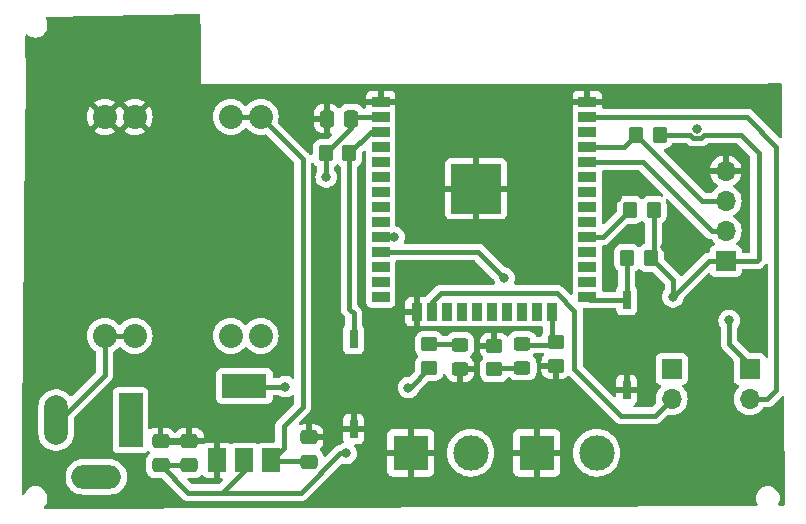
<source format=gbr>
%TF.GenerationSoftware,KiCad,Pcbnew,7.0.1*%
%TF.CreationDate,2023-04-20T23:02:29+02:00*%
%TF.ProjectId,Motordinges,4d6f746f-7264-4696-9e67-65732e6b6963,rev?*%
%TF.SameCoordinates,Original*%
%TF.FileFunction,Copper,L1,Top*%
%TF.FilePolarity,Positive*%
%FSLAX46Y46*%
G04 Gerber Fmt 4.6, Leading zero omitted, Abs format (unit mm)*
G04 Created by KiCad (PCBNEW 7.0.1) date 2023-04-20 23:02:29*
%MOMM*%
%LPD*%
G01*
G04 APERTURE LIST*
G04 Aperture macros list*
%AMRoundRect*
0 Rectangle with rounded corners*
0 $1 Rounding radius*
0 $2 $3 $4 $5 $6 $7 $8 $9 X,Y pos of 4 corners*
0 Add a 4 corners polygon primitive as box body*
4,1,4,$2,$3,$4,$5,$6,$7,$8,$9,$2,$3,0*
0 Add four circle primitives for the rounded corners*
1,1,$1+$1,$2,$3*
1,1,$1+$1,$4,$5*
1,1,$1+$1,$6,$7*
1,1,$1+$1,$8,$9*
0 Add four rect primitives between the rounded corners*
20,1,$1+$1,$2,$3,$4,$5,0*
20,1,$1+$1,$4,$5,$6,$7,0*
20,1,$1+$1,$6,$7,$8,$9,0*
20,1,$1+$1,$8,$9,$2,$3,0*%
G04 Aperture macros list end*
%TA.AperFunction,ComponentPad*%
%ADD10R,1.700000X1.700000*%
%TD*%
%TA.AperFunction,ComponentPad*%
%ADD11O,1.700000X1.700000*%
%TD*%
%TA.AperFunction,SMDPad,CuDef*%
%ADD12RoundRect,0.250000X0.337500X0.475000X-0.337500X0.475000X-0.337500X-0.475000X0.337500X-0.475000X0*%
%TD*%
%TA.AperFunction,SMDPad,CuDef*%
%ADD13R,1.500000X2.000000*%
%TD*%
%TA.AperFunction,SMDPad,CuDef*%
%ADD14R,3.800000X2.000000*%
%TD*%
%TA.AperFunction,SMDPad,CuDef*%
%ADD15RoundRect,0.250000X0.475000X-0.337500X0.475000X0.337500X-0.475000X0.337500X-0.475000X-0.337500X0*%
%TD*%
%TA.AperFunction,SMDPad,CuDef*%
%ADD16R,0.760000X1.600000*%
%TD*%
%TA.AperFunction,SMDPad,CuDef*%
%ADD17RoundRect,0.250000X-0.475000X0.337500X-0.475000X-0.337500X0.475000X-0.337500X0.475000X0.337500X0*%
%TD*%
%TA.AperFunction,SMDPad,CuDef*%
%ADD18RoundRect,0.250000X0.450000X-0.325000X0.450000X0.325000X-0.450000X0.325000X-0.450000X-0.325000X0*%
%TD*%
%TA.AperFunction,SMDPad,CuDef*%
%ADD19R,1.500000X0.900000*%
%TD*%
%TA.AperFunction,SMDPad,CuDef*%
%ADD20R,0.900000X1.500000*%
%TD*%
%TA.AperFunction,SMDPad,CuDef*%
%ADD21R,1.050000X1.050000*%
%TD*%
%TA.AperFunction,HeatsinkPad*%
%ADD22C,0.600000*%
%TD*%
%TA.AperFunction,SMDPad,CuDef*%
%ADD23R,4.200000X4.200000*%
%TD*%
%TA.AperFunction,SMDPad,CuDef*%
%ADD24RoundRect,0.250000X-0.350000X-0.450000X0.350000X-0.450000X0.350000X0.450000X-0.350000X0.450000X0*%
%TD*%
%TA.AperFunction,ComponentPad*%
%ADD25R,2.000000X4.600000*%
%TD*%
%TA.AperFunction,ComponentPad*%
%ADD26O,2.000000X4.200000*%
%TD*%
%TA.AperFunction,ComponentPad*%
%ADD27O,4.200000X2.000000*%
%TD*%
%TA.AperFunction,SMDPad,CuDef*%
%ADD28RoundRect,0.250000X0.450000X-0.350000X0.450000X0.350000X-0.450000X0.350000X-0.450000X-0.350000X0*%
%TD*%
%TA.AperFunction,SMDPad,CuDef*%
%ADD29RoundRect,0.250000X0.350000X0.450000X-0.350000X0.450000X-0.350000X-0.450000X0.350000X-0.450000X0*%
%TD*%
%TA.AperFunction,ComponentPad*%
%ADD30R,3.000000X3.000000*%
%TD*%
%TA.AperFunction,ComponentPad*%
%ADD31C,3.000000*%
%TD*%
%TA.AperFunction,ComponentPad*%
%ADD32C,2.032000*%
%TD*%
%TA.AperFunction,ViaPad*%
%ADD33C,0.800000*%
%TD*%
%TA.AperFunction,Conductor*%
%ADD34C,0.406400*%
%TD*%
G04 APERTURE END LIST*
D10*
%TO.P,Motor1,1,Pin_1*%
%TO.N,A8*%
X140462000Y-67056000D03*
D11*
%TO.P,Motor1,2,Pin_2*%
%TO.N,GPIO23*%
X140462000Y-69596000D03*
%TD*%
D10*
%TO.P,J1,1,Pin_1*%
%TO.N,+3.3V*%
X138430000Y-57912000D03*
D11*
%TO.P,J1,2,Pin_2*%
%TO.N,RX0*%
X138430000Y-55372000D03*
%TO.P,J1,3,Pin_3*%
%TO.N,TX0*%
X138430000Y-52832000D03*
%TO.P,J1,4,Pin_4*%
%TO.N,GND*%
X138430000Y-50292000D03*
%TD*%
D12*
%TO.P,C1,1*%
%TO.N,+3.3V*%
X106723000Y-45872400D03*
%TO.P,C1,2*%
%TO.N,GND*%
X104648000Y-45872400D03*
%TD*%
D13*
%TO.P,U3,1,GND*%
%TO.N,GND*%
X95363000Y-74803400D03*
%TO.P,U3,2,VO*%
%TO.N,+3.3V*%
X97663000Y-74803400D03*
D14*
X97663000Y-68503400D03*
D13*
%TO.P,U3,3,VI*%
%TO.N,VDD*%
X99963000Y-74803400D03*
%TD*%
D15*
%TO.P,C2,1*%
%TO.N,VDD*%
X103149400Y-74926100D03*
%TO.P,C2,2*%
%TO.N,GND*%
X103149400Y-72851100D03*
%TD*%
D16*
%TO.P,SW2,1,1*%
%TO.N,GPIO0*%
X130048000Y-61214000D03*
%TO.P,SW2,2,2*%
%TO.N,GND*%
X130048000Y-68834000D03*
%TD*%
D17*
%TO.P,C3,1*%
%TO.N,GND*%
X93014800Y-73130500D03*
%TO.P,C3,2*%
%TO.N,+3.3V*%
X93014800Y-75205500D03*
%TD*%
D18*
%TO.P,D2,1,K*%
%TO.N,GND*%
X115925600Y-67074000D03*
%TO.P,D2,2,A*%
%TO.N,Net-(D2-A)*%
X115925600Y-65024000D03*
%TD*%
D19*
%TO.P,U1,1,GND*%
%TO.N,GND*%
X109220000Y-44450000D03*
%TO.P,U1,2,VDD*%
%TO.N,+3.3V*%
X109220000Y-45720000D03*
%TO.P,U1,3,EN*%
%TO.N,/EN*%
X109220000Y-46990000D03*
%TO.P,U1,4,SENSOR_VP*%
%TO.N,VP*%
X109220000Y-48260000D03*
%TO.P,U1,5,SENSOR_VN*%
%TO.N,VN*%
X109220000Y-49530000D03*
%TO.P,U1,6,IO34*%
%TO.N,A6*%
X109220000Y-50800000D03*
%TO.P,U1,7,IO35*%
%TO.N,A7*%
X109220000Y-52070000D03*
%TO.P,U1,8,IO32*%
%TO.N,A4*%
X109220000Y-53340000D03*
%TO.P,U1,9,IO33*%
%TO.N,A5*%
X109220000Y-54610000D03*
%TO.P,U1,10,IO25*%
%TO.N,A8*%
X109220000Y-55880000D03*
%TO.P,U1,11,IO26*%
%TO.N,A9*%
X109220000Y-57150000D03*
%TO.P,U1,12,IO27*%
%TO.N,GPIO27*%
X109220000Y-58420000D03*
%TO.P,U1,13,IO14*%
%TO.N,GPIO14*%
X109220000Y-59690000D03*
%TO.P,U1,14,IO12*%
%TO.N,GPIO12*%
X109220000Y-60960000D03*
D20*
%TO.P,U1,15,GND*%
%TO.N,GND*%
X112260000Y-62210000D03*
%TO.P,U1,16,IO13*%
%TO.N,GPIO13*%
X113530000Y-62210000D03*
%TO.P,U1,17,SHD/SD2*%
%TO.N,unconnected-(U1-SHD{slash}SD2-Pad17)*%
X114800000Y-62210000D03*
%TO.P,U1,18,SWP/SD3*%
%TO.N,unconnected-(U1-SWP{slash}SD3-Pad18)*%
X116070000Y-62210000D03*
%TO.P,U1,19,SCS/CMD*%
%TO.N,unconnected-(U1-SCS{slash}CMD-Pad19)*%
X117340000Y-62210000D03*
%TO.P,U1,20,SCK/CLK*%
%TO.N,unconnected-(U1-SCK{slash}CLK-Pad20)*%
X118610000Y-62210000D03*
%TO.P,U1,21,SDO/SD0*%
%TO.N,unconnected-(U1-SDO{slash}SD0-Pad21)*%
X119880000Y-62210000D03*
%TO.P,U1,22,SDI/SD1*%
%TO.N,unconnected-(U1-SDI{slash}SD1-Pad22)*%
X121150000Y-62210000D03*
%TO.P,U1,23,IO15*%
%TO.N,GPIO15*%
X122420000Y-62210000D03*
%TO.P,U1,24,IO2*%
%TO.N,GPIO2*%
X123690000Y-62210000D03*
D19*
%TO.P,U1,25,IO0*%
%TO.N,GPIO0*%
X126720000Y-60960000D03*
%TO.P,U1,26,IO4*%
%TO.N,GPIO4*%
X126720000Y-59690000D03*
%TO.P,U1,27,IO16*%
%TO.N,RX2*%
X126720000Y-58420000D03*
%TO.P,U1,28,IO17*%
%TO.N,TX2*%
X126720000Y-57150000D03*
%TO.P,U1,29,IO5*%
%TO.N,GPIO5*%
X126720000Y-55880000D03*
%TO.P,U1,30,IO18*%
%TO.N,GPIO18*%
X126720000Y-54610000D03*
%TO.P,U1,31,IO19*%
%TO.N,GPIO19*%
X126720000Y-53340000D03*
%TO.P,U1,32,NC*%
%TO.N,unconnected-(U1-NC-Pad32)*%
X126720000Y-52070000D03*
%TO.P,U1,33,IO21*%
%TO.N,GPIO21*%
X126720000Y-50800000D03*
%TO.P,U1,34,RXD0/IO3*%
%TO.N,RX0*%
X126720000Y-49530000D03*
%TO.P,U1,35,TXD0/IO1*%
%TO.N,TX0*%
X126720000Y-48260000D03*
%TO.P,U1,36,IO22*%
%TO.N,GPIO22*%
X126720000Y-46990000D03*
%TO.P,U1,37,IO23*%
%TO.N,GPIO23*%
X126720000Y-45720000D03*
%TO.P,U1,38,GND*%
%TO.N,GND*%
X126720000Y-44450000D03*
D21*
%TO.P,U1,39,GND*%
X115765000Y-50265000D03*
D22*
X115765000Y-51027500D03*
D21*
X115765000Y-51790000D03*
D22*
X115765000Y-52552500D03*
D21*
X115765000Y-53315000D03*
D22*
X116527500Y-50265000D03*
X116527500Y-51790000D03*
X116527500Y-53315000D03*
D21*
X117290000Y-50265000D03*
D22*
X117290000Y-51027500D03*
D21*
X117290000Y-51790000D03*
D23*
X117290000Y-51790000D03*
D22*
X117290000Y-52552500D03*
D21*
X117290000Y-53315000D03*
D22*
X118052500Y-50265000D03*
X118052500Y-51790000D03*
X118052500Y-53315000D03*
D21*
X118815000Y-50265000D03*
D22*
X118815000Y-51027500D03*
D21*
X118815000Y-51790000D03*
D22*
X118815000Y-52552500D03*
D21*
X118815000Y-53315000D03*
%TD*%
D24*
%TO.P,R1,1*%
%TO.N,+3.3V*%
X104546400Y-48818800D03*
%TO.P,R1,2*%
%TO.N,/EN*%
X106546400Y-48818800D03*
%TD*%
D16*
%TO.P,SW1,1,1*%
%TO.N,/EN*%
X106934000Y-64516000D03*
%TO.P,SW1,2,2*%
%TO.N,GND*%
X106934000Y-72136000D03*
%TD*%
D15*
%TO.P,C4,1*%
%TO.N,+3.3V*%
X90576400Y-75205500D03*
%TO.P,C4,2*%
%TO.N,GND*%
X90576400Y-73130500D03*
%TD*%
D25*
%TO.P,J2,1*%
%TO.N,Net-(J5-Pin_2)*%
X88036400Y-71399400D03*
D26*
%TO.P,J2,2*%
%TO.N,Net-(J2-Pad2)*%
X81736400Y-71399400D03*
D27*
%TO.P,J2,3*%
%TO.N,N/C*%
X85136400Y-76199400D03*
%TD*%
D18*
%TO.P,D1,1,K*%
%TO.N,Net-(D1-K)*%
X121208800Y-66963400D03*
%TO.P,D1,2,A*%
%TO.N,GPIO2*%
X121208800Y-64913400D03*
%TD*%
D28*
%TO.P,R7,1*%
%TO.N,Net-(D1-K)*%
X118821200Y-67090800D03*
%TO.P,R7,2*%
%TO.N,GND*%
X118821200Y-65090800D03*
%TD*%
D29*
%TO.P,R5,1*%
%TO.N,+3.3V*%
X132826000Y-47244000D03*
%TO.P,R5,2*%
%TO.N,TX0*%
X130826000Y-47244000D03*
%TD*%
%TO.P,R2,1*%
%TO.N,+3.3V*%
X132064000Y-57658000D03*
%TO.P,R2,2*%
%TO.N,GPIO0*%
X130064000Y-57658000D03*
%TD*%
D30*
%TO.P,Motor1,1,Pin_1*%
%TO.N,GND*%
X122428000Y-74168000D03*
D31*
%TO.P,Motor1,2,Pin_2*%
%TO.N,Net-(J5-Pin_2)*%
X127508000Y-74168000D03*
%TD*%
D28*
%TO.P,R3,1*%
%TO.N,GND*%
X124028200Y-66811400D03*
%TO.P,R3,2*%
%TO.N,GPIO2*%
X124028200Y-64811400D03*
%TD*%
D32*
%TO.P,U2,1,IN-*%
%TO.N,Net-(J2-Pad2)*%
X85852000Y-64262000D03*
%TO.P,U2,2,IN-*%
X88392000Y-64262000D03*
%TO.P,U2,3,IN+*%
%TO.N,Net-(J5-Pin_2)*%
X96520000Y-64262000D03*
%TO.P,U2,4,IN+*%
X99060000Y-64262000D03*
%TO.P,U2,5,OUT+*%
%TO.N,VDD*%
X99060000Y-45720000D03*
%TO.P,U2,6,OUT+*%
X96520000Y-45720000D03*
%TO.P,U2,7,OUT-*%
%TO.N,GND*%
X88392000Y-45720000D03*
%TO.P,U2,8,OUT-*%
X85852000Y-45720000D03*
%TD*%
D28*
%TO.P,R4,1*%
%TO.N,+3.3V*%
X113334800Y-66979800D03*
%TO.P,R4,2*%
%TO.N,Net-(D2-A)*%
X113334800Y-64979800D03*
%TD*%
D29*
%TO.P,R6,1*%
%TO.N,+3.3V*%
X132318000Y-53594000D03*
%TO.P,R6,2*%
%TO.N,GPIO5*%
X130318000Y-53594000D03*
%TD*%
D30*
%TO.P,Motor2,1,Pin_1*%
%TO.N,GND*%
X111760000Y-74168000D03*
D31*
%TO.P,Motor2,2,Pin_2*%
%TO.N,Net-(J5-Pin_2)*%
X116840000Y-74168000D03*
%TD*%
D10*
%TO.P,Motor2,1,Pin_1*%
%TO.N,A9*%
X133858000Y-67056000D03*
D11*
%TO.P,Motor2,2,Pin_2*%
%TO.N,GPIO13*%
X133858000Y-69596000D03*
%TD*%
D33*
%TO.N,+3.3V*%
X133959600Y-60960000D03*
X101142800Y-68554600D03*
X106299000Y-74218800D03*
X111569332Y-68643332D03*
X104597200Y-50825400D03*
%TO.N,GND*%
X84378800Y-40665400D03*
X84683600Y-72923400D03*
X129794000Y-55880000D03*
X134620000Y-48514000D03*
X122910600Y-52832000D03*
X81584800Y-60477400D03*
X122656600Y-47498000D03*
X133274595Y-56717405D03*
X136017000Y-46710600D03*
X109702600Y-63119000D03*
X93827600Y-50571400D03*
X117424200Y-63957200D03*
X113055400Y-45440600D03*
X90195400Y-57607200D03*
X96697800Y-59105800D03*
X98577400Y-71069200D03*
X82575400Y-53136800D03*
X129184400Y-52603400D03*
X104673400Y-59817000D03*
X117094000Y-69596000D03*
X141427200Y-44983400D03*
X127508000Y-64262000D03*
%TO.N,A8*%
X110363000Y-55880000D03*
X138722100Y-62953900D03*
%TO.N,A9*%
X119684800Y-59357200D03*
%TD*%
D34*
%TO.N,+3.3V*%
X141097000Y-57912000D02*
X138430000Y-57912000D01*
X133959600Y-59553600D02*
X132064000Y-57658000D01*
X101142800Y-68554600D02*
X101167800Y-68503400D01*
X97663000Y-75692000D02*
X97663000Y-74803400D01*
X106299000Y-74218800D02*
X105791000Y-74218800D01*
X141224000Y-48768000D02*
X141224000Y-57785000D01*
X132318000Y-53594000D02*
X132318000Y-57404000D01*
X92917100Y-77546200D02*
X95808800Y-77546200D01*
X101167800Y-68503400D02*
X101193600Y-68529200D01*
X104546400Y-50774600D02*
X104546400Y-48818800D01*
X137007600Y-57912000D02*
X138430000Y-57912000D01*
X106723000Y-45872400D02*
X106875400Y-45720000D01*
X136349697Y-47513800D02*
X136619497Y-47244000D01*
X95808800Y-77546200D02*
X97663000Y-75692000D01*
X136619497Y-47244000D02*
X139700000Y-47244000D01*
X106723000Y-46642200D02*
X104546400Y-48818800D01*
X132826000Y-47244000D02*
X135414503Y-47244000D01*
X106875400Y-45720000D02*
X109220000Y-45720000D01*
X135414503Y-47244000D02*
X135684303Y-47513800D01*
X132318000Y-57404000D02*
X132064000Y-57658000D01*
X133959600Y-60960000D02*
X133959600Y-59553600D01*
X105791000Y-74218800D02*
X102463600Y-77546200D01*
X111671268Y-68643332D02*
X113334800Y-66979800D01*
X102463600Y-77546200D02*
X95808800Y-77546200D01*
X97663000Y-68503400D02*
X101142800Y-68554600D01*
X135684303Y-47513800D02*
X136349697Y-47513800D01*
X104597200Y-50825400D02*
X104546400Y-50774600D01*
X111569332Y-68643332D02*
X111671268Y-68643332D01*
X133959600Y-60960000D02*
X137007600Y-57912000D01*
X141224000Y-57785000D02*
X141097000Y-57912000D01*
X106723000Y-45872400D02*
X106723000Y-46642200D01*
X90576400Y-75205500D02*
X93014800Y-75205500D01*
X90576400Y-75205500D02*
X92917100Y-77546200D01*
X139700000Y-47244000D02*
X141224000Y-48768000D01*
%TO.N,GND*%
X118052500Y-53315000D02*
X118815000Y-53315000D01*
X118815000Y-50265000D02*
X118052500Y-50265000D01*
X92858500Y-73286800D02*
X93014800Y-73130500D01*
X90732700Y-73286800D02*
X92858500Y-73286800D01*
X118815000Y-51027500D02*
X118052500Y-51790000D01*
X116527500Y-50265000D02*
X115765000Y-50265000D01*
X118815000Y-50265000D02*
X118815000Y-51027500D01*
X115765000Y-50265000D02*
X118052500Y-50265000D01*
X115765000Y-53315000D02*
X116527500Y-53315000D01*
X118815000Y-52552500D02*
X118815000Y-53315000D01*
X90576400Y-73130500D02*
X90732700Y-73286800D01*
%TO.N,VDD*%
X99060000Y-45720000D02*
X102616000Y-49276000D01*
X102616000Y-70307200D02*
X100990400Y-71932800D01*
X100990400Y-71932800D02*
X100990400Y-73776000D01*
X96520000Y-45720000D02*
X99060000Y-45720000D01*
X100039600Y-74880000D02*
X103103300Y-74880000D01*
X100990400Y-73776000D02*
X99963000Y-74803400D01*
X103103300Y-74880000D02*
X103149400Y-74926100D01*
X99963000Y-74803400D02*
X100039600Y-74880000D01*
X102616000Y-49276000D02*
X102616000Y-70307200D01*
%TO.N,Net-(D1-K)*%
X121208800Y-66963400D02*
X118948600Y-66963400D01*
X118948600Y-66963400D02*
X118821200Y-67090800D01*
%TO.N,GPIO2*%
X123690000Y-65057400D02*
X123672600Y-65074800D01*
X120929400Y-65024000D02*
X123621800Y-65024000D01*
X123690000Y-62210000D02*
X123690000Y-65057400D01*
X123621800Y-65024000D02*
X123672600Y-65074800D01*
%TO.N,Net-(D2-A)*%
X113334800Y-64979800D02*
X115881400Y-64979800D01*
X115881400Y-64979800D02*
X115925600Y-65024000D01*
%TO.N,RX0*%
X131986959Y-50131041D02*
X131385918Y-49530000D01*
X137227919Y-55372000D02*
X131986959Y-50131041D01*
X138430000Y-55372000D02*
X137227919Y-55372000D01*
X131385918Y-49530000D02*
X126720000Y-49530000D01*
%TO.N,TX0*%
X129810000Y-48260000D02*
X130826000Y-47244000D01*
X126720000Y-48260000D02*
X129810000Y-48260000D01*
X136414000Y-52832000D02*
X130826000Y-47244000D01*
X138430000Y-52832000D02*
X136414000Y-52832000D01*
%TO.N,Net-(J2-Pad2)*%
X85852000Y-64262000D02*
X85852000Y-67588600D01*
X85852000Y-67588600D02*
X82041200Y-71399400D01*
X82041200Y-71399400D02*
X81736400Y-71399400D01*
X88392000Y-64262000D02*
X85852000Y-64262000D01*
%TO.N,A8*%
X138722100Y-64960500D02*
X140589000Y-66827400D01*
X138722100Y-62953900D02*
X138722100Y-64960500D01*
X109220000Y-55880000D02*
X110363000Y-55880000D01*
%TO.N,A9*%
X117477600Y-57150000D02*
X119684800Y-59357200D01*
X109220000Y-57150000D02*
X117477600Y-57150000D01*
%TO.N,GPIO13*%
X132448800Y-71005200D02*
X133858000Y-69596000D01*
X124104400Y-60629800D02*
X125603000Y-62128400D01*
X113530000Y-61425200D02*
X114325400Y-60629800D01*
X114325400Y-60629800D02*
X124104400Y-60629800D01*
X125603000Y-62128400D02*
X125603000Y-67056000D01*
X125603000Y-67056000D02*
X129552200Y-71005200D01*
X129552200Y-71005200D02*
X132448800Y-71005200D01*
X113530000Y-62210000D02*
X113530000Y-61425200D01*
%TO.N,/EN*%
X109220000Y-46990000D02*
X108375200Y-46990000D01*
X106934000Y-64516000D02*
X106934000Y-62357000D01*
X108375200Y-46990000D02*
X106546400Y-48818800D01*
X106546400Y-61969400D02*
X106546400Y-48818800D01*
X106934000Y-62357000D02*
X106546400Y-61969400D01*
%TO.N,GPIO0*%
X130048000Y-57674000D02*
X130048000Y-61214000D01*
X130064000Y-57658000D02*
X130048000Y-57674000D01*
X130048000Y-61214000D02*
X126974000Y-61214000D01*
%TO.N,GPIO5*%
X126720000Y-55880000D02*
X128032000Y-55880000D01*
X128032000Y-55880000D02*
X130318000Y-53594000D01*
%TO.N,GPIO23*%
X142722600Y-68834000D02*
X142722600Y-48234600D01*
X141960600Y-69596000D02*
X142722600Y-68834000D01*
X140462000Y-69596000D02*
X141960600Y-69596000D01*
X140208000Y-45720000D02*
X126720000Y-45720000D01*
X142722600Y-48234600D02*
X140208000Y-45720000D01*
%TD*%
%TA.AperFunction,Conductor*%
%TO.N,GND*%
G36*
X93878138Y-37044955D02*
G01*
X93924382Y-37089398D01*
X93942235Y-37151002D01*
X93969974Y-38505791D01*
X93970000Y-38508329D01*
X93970000Y-42900000D01*
X141970000Y-42900000D01*
X141976807Y-42900000D01*
X141992185Y-42889424D01*
X142036054Y-42878852D01*
X142158408Y-42872297D01*
X143035285Y-42825321D01*
X143099761Y-42839462D01*
X143147846Y-42884685D01*
X143165912Y-42948176D01*
X143200777Y-47417270D01*
X143187615Y-47473841D01*
X143150135Y-47518213D01*
X143096561Y-47540649D01*
X143038647Y-47536228D01*
X142989100Y-47505918D01*
X140723266Y-45240084D01*
X140718132Y-45234630D01*
X140678067Y-45189406D01*
X140639111Y-45162517D01*
X140628343Y-45155084D01*
X140622313Y-45150647D01*
X140574726Y-45113364D01*
X140565395Y-45109165D01*
X140545844Y-45098139D01*
X140537426Y-45092328D01*
X140480908Y-45070893D01*
X140473991Y-45068028D01*
X140418891Y-45043230D01*
X140408833Y-45041387D01*
X140387214Y-45035360D01*
X140377643Y-45031730D01*
X140317624Y-45024441D01*
X140310222Y-45023315D01*
X140250800Y-45012425D01*
X140190486Y-45016074D01*
X140183000Y-45016300D01*
X128094000Y-45016300D01*
X128032000Y-44999687D01*
X127986613Y-44954300D01*
X127970000Y-44892300D01*
X127970000Y-44700000D01*
X125470000Y-44700000D01*
X125470000Y-44947824D01*
X125476402Y-45007377D01*
X125488925Y-45040952D01*
X125496743Y-45084285D01*
X125488925Y-45127617D01*
X125475909Y-45162513D01*
X125469500Y-45222130D01*
X125469500Y-46217869D01*
X125475909Y-46277485D01*
X125488658Y-46311666D01*
X125496476Y-46354997D01*
X125488659Y-46398328D01*
X125475909Y-46432513D01*
X125469500Y-46492130D01*
X125469500Y-47487869D01*
X125475909Y-47547485D01*
X125488658Y-47581667D01*
X125496476Y-47624999D01*
X125488659Y-47668330D01*
X125475909Y-47702515D01*
X125469500Y-47762130D01*
X125469500Y-48757869D01*
X125475909Y-48817485D01*
X125488658Y-48851667D01*
X125496476Y-48894999D01*
X125488659Y-48938330D01*
X125475909Y-48972515D01*
X125469500Y-49032130D01*
X125469500Y-50027869D01*
X125475909Y-50087485D01*
X125488658Y-50121666D01*
X125496476Y-50164997D01*
X125488659Y-50208328D01*
X125475909Y-50242513D01*
X125469500Y-50302130D01*
X125469500Y-51297869D01*
X125475909Y-51357485D01*
X125488658Y-51391666D01*
X125496476Y-51434997D01*
X125488659Y-51478328D01*
X125475909Y-51512513D01*
X125475909Y-51512516D01*
X125475909Y-51512517D01*
X125471009Y-51558097D01*
X125469500Y-51572130D01*
X125469500Y-52567869D01*
X125475909Y-52627485D01*
X125488658Y-52661667D01*
X125496476Y-52704999D01*
X125488659Y-52748330D01*
X125475909Y-52782515D01*
X125475908Y-52782517D01*
X125475909Y-52782517D01*
X125471378Y-52824665D01*
X125469500Y-52842130D01*
X125469500Y-53837869D01*
X125475909Y-53897485D01*
X125488658Y-53931666D01*
X125496476Y-53974997D01*
X125488659Y-54018328D01*
X125475909Y-54052513D01*
X125469500Y-54112130D01*
X125469500Y-55107869D01*
X125475909Y-55167485D01*
X125488658Y-55201666D01*
X125496476Y-55244997D01*
X125488659Y-55288328D01*
X125475909Y-55322513D01*
X125469500Y-55382130D01*
X125469500Y-56377869D01*
X125475909Y-56437485D01*
X125488658Y-56471666D01*
X125496476Y-56514997D01*
X125488659Y-56558328D01*
X125475909Y-56592513D01*
X125469500Y-56652130D01*
X125469500Y-57647869D01*
X125475909Y-57707485D01*
X125488658Y-57741667D01*
X125496476Y-57784999D01*
X125488659Y-57828330D01*
X125475909Y-57862515D01*
X125469500Y-57922130D01*
X125469500Y-58917869D01*
X125475909Y-58977485D01*
X125488658Y-59011667D01*
X125496476Y-59054999D01*
X125488659Y-59098330D01*
X125475909Y-59132515D01*
X125475181Y-59139286D01*
X125471584Y-59172749D01*
X125469500Y-59192130D01*
X125469500Y-60187869D01*
X125475909Y-60247485D01*
X125488658Y-60281666D01*
X125496476Y-60324997D01*
X125488659Y-60368328D01*
X125475909Y-60402513D01*
X125469500Y-60462131D01*
X125469500Y-60700356D01*
X125455985Y-60756651D01*
X125418385Y-60800674D01*
X125364898Y-60822829D01*
X125307182Y-60818287D01*
X125257819Y-60788037D01*
X124619666Y-60149884D01*
X124614532Y-60144430D01*
X124574467Y-60099206D01*
X124524747Y-60064887D01*
X124518713Y-60060447D01*
X124471126Y-60023164D01*
X124461795Y-60018965D01*
X124442244Y-60007939D01*
X124433826Y-60002128D01*
X124377308Y-59980693D01*
X124370391Y-59977828D01*
X124315291Y-59953030D01*
X124305233Y-59951187D01*
X124283614Y-59945160D01*
X124274043Y-59941530D01*
X124214024Y-59934241D01*
X124206622Y-59933115D01*
X124147200Y-59922225D01*
X124086886Y-59925874D01*
X124079400Y-59926100D01*
X120610928Y-59926100D01*
X120548928Y-59909487D01*
X120503541Y-59864100D01*
X120486928Y-59802100D01*
X120503541Y-59740100D01*
X120511979Y-59725484D01*
X120511979Y-59725483D01*
X120570474Y-59545456D01*
X120590260Y-59357200D01*
X120570474Y-59168944D01*
X120528033Y-59038324D01*
X120511979Y-58988915D01*
X120417333Y-58824983D01*
X120290670Y-58684310D01*
X120137532Y-58573049D01*
X120015316Y-58518635D01*
X119964603Y-58496056D01*
X119906831Y-58483776D01*
X119815418Y-58464345D01*
X119782032Y-58452028D01*
X119753519Y-58430736D01*
X117992866Y-56670084D01*
X117987732Y-56664630D01*
X117947667Y-56619406D01*
X117935342Y-56610899D01*
X117897943Y-56585084D01*
X117891913Y-56580647D01*
X117844326Y-56543364D01*
X117834995Y-56539165D01*
X117815444Y-56528139D01*
X117807026Y-56522328D01*
X117750508Y-56500893D01*
X117743591Y-56498028D01*
X117688491Y-56473230D01*
X117678433Y-56471387D01*
X117656814Y-56465360D01*
X117647243Y-56461730D01*
X117587224Y-56454441D01*
X117579822Y-56453315D01*
X117520400Y-56442425D01*
X117460086Y-56446074D01*
X117452600Y-56446300D01*
X111290629Y-56446300D01*
X111228629Y-56429687D01*
X111183242Y-56384300D01*
X111166629Y-56322300D01*
X111183242Y-56260300D01*
X111190179Y-56248284D01*
X111191766Y-56243400D01*
X111248674Y-56068256D01*
X111268460Y-55880000D01*
X111248674Y-55691744D01*
X111190179Y-55511716D01*
X111190179Y-55511715D01*
X111095533Y-55347783D01*
X110968870Y-55207110D01*
X110815730Y-55095848D01*
X110642806Y-55018857D01*
X110642804Y-55018856D01*
X110642803Y-55018856D01*
X110568715Y-55003108D01*
X110518158Y-54979533D01*
X110483049Y-54936177D01*
X110470499Y-54881819D01*
X110470499Y-54112130D01*
X110468551Y-54094009D01*
X110464091Y-54052517D01*
X110451340Y-54018331D01*
X110443523Y-53974999D01*
X110451342Y-53931665D01*
X110464090Y-53897485D01*
X110464089Y-53897485D01*
X110464091Y-53897483D01*
X110470500Y-53837873D01*
X110470499Y-52842128D01*
X110464091Y-52782517D01*
X110451340Y-52748330D01*
X110443523Y-52705000D01*
X110451342Y-52661665D01*
X110464090Y-52627485D01*
X110464089Y-52627485D01*
X110464091Y-52627483D01*
X110470500Y-52567873D01*
X110470499Y-52040000D01*
X114690000Y-52040000D01*
X114690000Y-53937824D01*
X114696402Y-53997375D01*
X114746647Y-54132089D01*
X114832811Y-54247188D01*
X114947910Y-54333352D01*
X115082624Y-54383597D01*
X115142176Y-54390000D01*
X117040000Y-54390000D01*
X117540000Y-54390000D01*
X119437824Y-54390000D01*
X119497375Y-54383597D01*
X119632089Y-54333352D01*
X119747188Y-54247188D01*
X119833352Y-54132089D01*
X119883597Y-53997375D01*
X119890000Y-53937824D01*
X119890000Y-52040000D01*
X119065000Y-52040000D01*
X119065000Y-52448947D01*
X119080872Y-52464819D01*
X119112966Y-52520406D01*
X119112966Y-52584594D01*
X119080872Y-52640181D01*
X119065000Y-52656052D01*
X119065000Y-53441000D01*
X119048387Y-53503000D01*
X119003000Y-53548387D01*
X118941000Y-53565000D01*
X118156052Y-53565000D01*
X118140181Y-53580872D01*
X118084594Y-53612966D01*
X118020406Y-53612966D01*
X117964819Y-53580872D01*
X117948947Y-53565000D01*
X117540000Y-53565000D01*
X117540000Y-54390000D01*
X117040000Y-54390000D01*
X117040000Y-53565000D01*
X116631052Y-53565000D01*
X116615181Y-53580872D01*
X116559594Y-53612966D01*
X116495406Y-53612966D01*
X116439819Y-53580872D01*
X116423947Y-53565000D01*
X115639000Y-53565000D01*
X115577000Y-53548387D01*
X115531613Y-53503000D01*
X115515000Y-53441000D01*
X115515000Y-52656054D01*
X115514999Y-52656052D01*
X115499128Y-52640181D01*
X115467034Y-52584594D01*
X115467034Y-52552500D01*
X116118553Y-52552500D01*
X116527500Y-52961447D01*
X116936447Y-52552500D01*
X117643553Y-52552500D01*
X118052500Y-52961447D01*
X118461447Y-52552500D01*
X118052500Y-52143553D01*
X117643553Y-52552500D01*
X116936447Y-52552500D01*
X116527500Y-52143553D01*
X116118553Y-52552500D01*
X115467034Y-52552500D01*
X115467034Y-52520406D01*
X115499128Y-52464819D01*
X115514999Y-52448947D01*
X115515000Y-52448947D01*
X115515000Y-52040000D01*
X114690000Y-52040000D01*
X110470499Y-52040000D01*
X110470499Y-51572128D01*
X110467045Y-51540000D01*
X114690000Y-51540000D01*
X115515000Y-51540000D01*
X115515000Y-51131054D01*
X115514999Y-51131052D01*
X115499128Y-51115181D01*
X115467034Y-51059594D01*
X115467034Y-51027500D01*
X116118553Y-51027500D01*
X116527500Y-51436447D01*
X116936447Y-51027500D01*
X117643553Y-51027500D01*
X118052500Y-51436447D01*
X118461447Y-51027500D01*
X118052500Y-50618553D01*
X117643553Y-51027500D01*
X116936447Y-51027500D01*
X116527500Y-50618553D01*
X116118553Y-51027500D01*
X115467034Y-51027500D01*
X115467034Y-50995406D01*
X115499128Y-50939819D01*
X115514999Y-50923947D01*
X115515000Y-50923947D01*
X115515000Y-50139000D01*
X115531613Y-50077000D01*
X115577000Y-50031613D01*
X115639000Y-50015000D01*
X116423947Y-50015000D01*
X116423947Y-50014999D01*
X116439819Y-49999128D01*
X116495406Y-49967034D01*
X116559594Y-49967034D01*
X116615181Y-49999128D01*
X116631053Y-50015000D01*
X117040000Y-50015000D01*
X117040000Y-49190000D01*
X117540000Y-49190000D01*
X117540000Y-50015000D01*
X117948947Y-50015000D01*
X117948947Y-50014999D01*
X117964819Y-49999128D01*
X118020406Y-49967034D01*
X118084594Y-49967034D01*
X118140181Y-49999128D01*
X118156053Y-50015000D01*
X118941000Y-50015000D01*
X119003000Y-50031613D01*
X119048387Y-50077000D01*
X119065000Y-50139000D01*
X119065000Y-50923947D01*
X119080872Y-50939819D01*
X119112966Y-50995406D01*
X119112966Y-51059594D01*
X119080872Y-51115181D01*
X119065000Y-51131052D01*
X119065000Y-51540000D01*
X119890000Y-51540000D01*
X119890000Y-49642176D01*
X119883597Y-49582624D01*
X119833352Y-49447910D01*
X119747188Y-49332811D01*
X119632089Y-49246647D01*
X119497375Y-49196402D01*
X119437824Y-49190000D01*
X117540000Y-49190000D01*
X117040000Y-49190000D01*
X115142176Y-49190000D01*
X115082624Y-49196402D01*
X114947910Y-49246647D01*
X114832811Y-49332811D01*
X114746647Y-49447910D01*
X114696402Y-49582624D01*
X114690000Y-49642176D01*
X114690000Y-51540000D01*
X110467045Y-51540000D01*
X110464091Y-51512517D01*
X110451340Y-51478331D01*
X110443523Y-51434999D01*
X110451342Y-51391665D01*
X110464090Y-51357485D01*
X110464089Y-51357485D01*
X110464091Y-51357483D01*
X110470500Y-51297873D01*
X110470499Y-50302128D01*
X110464091Y-50242517D01*
X110451340Y-50208330D01*
X110443523Y-50165000D01*
X110451342Y-50121665D01*
X110464090Y-50087485D01*
X110464089Y-50087485D01*
X110464091Y-50087483D01*
X110470500Y-50027873D01*
X110470499Y-49032128D01*
X110464091Y-48972517D01*
X110451340Y-48938330D01*
X110443523Y-48895000D01*
X110451342Y-48851665D01*
X110464090Y-48817485D01*
X110464089Y-48817485D01*
X110464091Y-48817483D01*
X110470500Y-48757873D01*
X110470499Y-47762128D01*
X110464091Y-47702517D01*
X110451340Y-47668330D01*
X110443523Y-47625000D01*
X110451342Y-47581665D01*
X110464090Y-47547485D01*
X110464089Y-47547485D01*
X110464091Y-47547483D01*
X110470500Y-47487873D01*
X110470499Y-46492128D01*
X110464091Y-46432517D01*
X110451340Y-46398331D01*
X110443523Y-46354999D01*
X110451342Y-46311665D01*
X110464090Y-46277485D01*
X110464089Y-46277485D01*
X110464091Y-46277483D01*
X110470500Y-46217873D01*
X110470499Y-45222128D01*
X110464091Y-45162517D01*
X110451075Y-45127619D01*
X110443256Y-45084284D01*
X110451075Y-45040949D01*
X110463597Y-45007376D01*
X110470000Y-44947824D01*
X110470000Y-44700000D01*
X107970000Y-44700000D01*
X107970000Y-44892300D01*
X107953387Y-44954300D01*
X107908000Y-44999687D01*
X107846000Y-45016300D01*
X107776424Y-45016300D01*
X107715992Y-45000577D01*
X107670885Y-44957396D01*
X107653211Y-44928742D01*
X107529157Y-44804688D01*
X107379834Y-44712586D01*
X107213297Y-44657400D01*
X107110509Y-44646900D01*
X106335491Y-44646900D01*
X106232703Y-44657400D01*
X106066165Y-44712586D01*
X105916842Y-44804688D01*
X105792786Y-44928744D01*
X105790742Y-44932059D01*
X105745635Y-44975237D01*
X105685204Y-44990958D01*
X105624774Y-44975235D01*
X105579668Y-44932056D01*
X105577816Y-44929054D01*
X105453845Y-44805083D01*
X105304622Y-44713042D01*
X105138196Y-44657893D01*
X105035479Y-44647400D01*
X104898000Y-44647400D01*
X104898000Y-47097399D01*
X104973256Y-47097399D01*
X105029551Y-47110914D01*
X105073574Y-47148514D01*
X105095729Y-47202001D01*
X105091187Y-47259717D01*
X105060937Y-47309080D01*
X104788035Y-47581981D01*
X104747807Y-47608861D01*
X104700354Y-47618300D01*
X104146391Y-47618300D01*
X104043603Y-47628800D01*
X103877065Y-47683986D01*
X103727742Y-47776088D01*
X103603688Y-47900142D01*
X103511586Y-48049465D01*
X103456400Y-48216002D01*
X103445900Y-48318791D01*
X103445900Y-48834912D01*
X103430992Y-48893860D01*
X103389854Y-48938634D01*
X103332376Y-48958469D01*
X103272379Y-48948594D01*
X103224290Y-48911386D01*
X103185352Y-48861686D01*
X103180923Y-48855667D01*
X103146595Y-48805934D01*
X103101359Y-48765858D01*
X103095906Y-48760724D01*
X100559426Y-46224244D01*
X100527763Y-46170222D01*
X100526823Y-46122400D01*
X103560501Y-46122400D01*
X103560501Y-46397379D01*
X103570993Y-46500095D01*
X103626142Y-46666522D01*
X103718183Y-46815745D01*
X103842154Y-46939716D01*
X103991377Y-47031757D01*
X104157803Y-47086906D01*
X104260521Y-47097400D01*
X104398000Y-47097400D01*
X104398000Y-46122400D01*
X103560501Y-46122400D01*
X100526823Y-46122400D01*
X100526533Y-46107616D01*
X100534711Y-46073553D01*
X100562461Y-45957966D01*
X100581189Y-45720000D01*
X100573508Y-45622400D01*
X103560500Y-45622400D01*
X104398000Y-45622400D01*
X104398000Y-44647401D01*
X104260521Y-44647401D01*
X104157804Y-44657893D01*
X103991377Y-44713042D01*
X103842154Y-44805083D01*
X103718183Y-44929054D01*
X103626142Y-45078277D01*
X103570993Y-45244703D01*
X103560500Y-45347421D01*
X103560500Y-45622400D01*
X100573508Y-45622400D01*
X100562461Y-45482034D01*
X100506737Y-45249927D01*
X100504573Y-45244703D01*
X100431391Y-45068028D01*
X100415389Y-45029395D01*
X100290668Y-44825868D01*
X100135643Y-44644357D01*
X100026188Y-44550873D01*
X99954135Y-44489334D01*
X99954132Y-44489332D01*
X99750605Y-44364611D01*
X99750602Y-44364610D01*
X99750601Y-44364609D01*
X99530073Y-44273262D01*
X99297967Y-44217539D01*
X99075108Y-44200000D01*
X107970000Y-44200000D01*
X108970000Y-44200000D01*
X108970000Y-43500000D01*
X109470000Y-43500000D01*
X109470000Y-44200000D01*
X110470000Y-44200000D01*
X125470000Y-44200000D01*
X126470000Y-44200000D01*
X126470000Y-43500000D01*
X126970000Y-43500000D01*
X126970000Y-44200000D01*
X127970000Y-44200000D01*
X127970000Y-43952176D01*
X127963597Y-43892624D01*
X127913352Y-43757910D01*
X127827188Y-43642811D01*
X127712089Y-43556647D01*
X127577375Y-43506402D01*
X127517824Y-43500000D01*
X126970000Y-43500000D01*
X126470000Y-43500000D01*
X125922176Y-43500000D01*
X125862624Y-43506402D01*
X125727910Y-43556647D01*
X125612811Y-43642811D01*
X125526647Y-43757910D01*
X125476402Y-43892624D01*
X125470000Y-43952176D01*
X125470000Y-44200000D01*
X110470000Y-44200000D01*
X110470000Y-43952176D01*
X110463597Y-43892624D01*
X110413352Y-43757910D01*
X110327188Y-43642811D01*
X110212089Y-43556647D01*
X110077375Y-43506402D01*
X110017824Y-43500000D01*
X109470000Y-43500000D01*
X108970000Y-43500000D01*
X108422176Y-43500000D01*
X108362624Y-43506402D01*
X108227910Y-43556647D01*
X108112811Y-43642811D01*
X108026647Y-43757910D01*
X107976402Y-43892624D01*
X107970000Y-43952176D01*
X107970000Y-44200000D01*
X99075108Y-44200000D01*
X99060000Y-44198811D01*
X98822032Y-44217539D01*
X98589926Y-44273262D01*
X98369398Y-44364609D01*
X98165864Y-44489334D01*
X97984357Y-44644357D01*
X97884290Y-44761520D01*
X97841914Y-44793598D01*
X97790000Y-44804988D01*
X97738086Y-44793598D01*
X97695710Y-44761520D01*
X97668683Y-44729876D01*
X97595643Y-44644357D01*
X97486188Y-44550873D01*
X97414135Y-44489334D01*
X97414132Y-44489332D01*
X97210605Y-44364611D01*
X97210602Y-44364610D01*
X97210601Y-44364609D01*
X96990073Y-44273262D01*
X96757967Y-44217539D01*
X96520000Y-44198811D01*
X96282032Y-44217539D01*
X96049926Y-44273262D01*
X95829398Y-44364609D01*
X95625864Y-44489334D01*
X95444357Y-44644357D01*
X95289334Y-44825864D01*
X95164609Y-45029398D01*
X95073262Y-45249926D01*
X95017539Y-45482032D01*
X94998811Y-45720000D01*
X95017539Y-45957967D01*
X95073262Y-46190073D01*
X95164517Y-46410379D01*
X95164611Y-46410605D01*
X95278971Y-46597224D01*
X95289334Y-46614135D01*
X95344809Y-46679087D01*
X95444357Y-46795643D01*
X95572510Y-46905096D01*
X95613044Y-46939716D01*
X95625868Y-46950668D01*
X95829395Y-47075389D01*
X95882534Y-47097400D01*
X96049926Y-47166737D01*
X96123254Y-47184341D01*
X96282034Y-47222461D01*
X96520000Y-47241189D01*
X96757966Y-47222461D01*
X96990073Y-47166737D01*
X97210605Y-47075389D01*
X97414132Y-46950668D01*
X97595643Y-46795643D01*
X97695711Y-46678477D01*
X97738086Y-46646401D01*
X97790000Y-46635011D01*
X97841914Y-46646401D01*
X97884288Y-46678477D01*
X97984357Y-46795643D01*
X98112510Y-46905096D01*
X98153044Y-46939716D01*
X98165868Y-46950668D01*
X98369395Y-47075389D01*
X98422534Y-47097400D01*
X98589926Y-47166737D01*
X98663254Y-47184341D01*
X98822034Y-47222461D01*
X99060000Y-47241189D01*
X99297966Y-47222461D01*
X99447616Y-47186533D01*
X99510222Y-47187763D01*
X99564244Y-47219426D01*
X101875981Y-49531163D01*
X101902861Y-49571391D01*
X101912300Y-49618844D01*
X101912300Y-67757231D01*
X101894027Y-67822021D01*
X101844595Y-67867716D01*
X101778571Y-67880849D01*
X101715415Y-67857549D01*
X101595530Y-67770448D01*
X101422602Y-67693455D01*
X101237448Y-67654100D01*
X101237446Y-67654100D01*
X101048154Y-67654100D01*
X101048152Y-67654100D01*
X100862997Y-67693455D01*
X100690070Y-67770448D01*
X100624037Y-67818423D01*
X100588602Y-67836314D01*
X100549329Y-67842091D01*
X100355258Y-67839235D01*
X100185673Y-67836740D01*
X100124449Y-67819528D01*
X100079809Y-67774227D01*
X100063499Y-67712754D01*
X100063499Y-67455530D01*
X100061958Y-67441197D01*
X100057091Y-67395917D01*
X100006796Y-67261069D01*
X99920546Y-67145854D01*
X99805331Y-67059604D01*
X99670483Y-67009309D01*
X99610873Y-67002900D01*
X99610869Y-67002900D01*
X95715130Y-67002900D01*
X95655515Y-67009309D01*
X95520669Y-67059604D01*
X95405454Y-67145854D01*
X95319204Y-67261068D01*
X95268909Y-67395916D01*
X95262500Y-67455530D01*
X95262500Y-69551269D01*
X95267309Y-69595999D01*
X95268909Y-69610883D01*
X95319204Y-69745731D01*
X95405454Y-69860946D01*
X95520669Y-69947196D01*
X95655517Y-69997491D01*
X95715127Y-70003900D01*
X99610872Y-70003899D01*
X99670483Y-69997491D01*
X99805331Y-69947196D01*
X99920546Y-69860946D01*
X100006796Y-69745731D01*
X100057091Y-69610883D01*
X100063500Y-69551273D01*
X100063499Y-69368332D01*
X100080417Y-69305807D01*
X100126555Y-69260343D01*
X100189321Y-69244346D01*
X100528519Y-69249337D01*
X100565880Y-69255678D01*
X100599577Y-69273004D01*
X100690070Y-69338751D01*
X100690071Y-69338751D01*
X100690072Y-69338752D01*
X100862997Y-69415744D01*
X101048152Y-69455100D01*
X101048154Y-69455100D01*
X101237446Y-69455100D01*
X101237448Y-69455100D01*
X101370710Y-69426774D01*
X101422603Y-69415744D01*
X101595530Y-69338751D01*
X101626540Y-69316221D01*
X101715415Y-69251651D01*
X101778571Y-69228351D01*
X101844595Y-69241484D01*
X101894027Y-69287179D01*
X101912300Y-69351969D01*
X101912300Y-69964356D01*
X101902861Y-70011809D01*
X101875981Y-70052037D01*
X100510490Y-71417526D01*
X100505038Y-71422658D01*
X100459807Y-71462730D01*
X100425482Y-71512458D01*
X100421045Y-71518487D01*
X100383763Y-71566074D01*
X100379562Y-71575410D01*
X100368540Y-71594954D01*
X100362727Y-71603375D01*
X100341298Y-71659877D01*
X100338434Y-71666792D01*
X100313629Y-71721909D01*
X100311785Y-71731972D01*
X100305762Y-71753577D01*
X100302130Y-71763154D01*
X100294841Y-71823177D01*
X100293714Y-71830578D01*
X100282825Y-71889997D01*
X100286474Y-71950314D01*
X100286700Y-71957800D01*
X100286700Y-73178900D01*
X100270087Y-73240900D01*
X100224700Y-73286287D01*
X100162700Y-73302900D01*
X99165130Y-73302900D01*
X99105515Y-73309309D01*
X98970669Y-73359604D01*
X98887311Y-73422006D01*
X98839358Y-73443905D01*
X98786642Y-73443905D01*
X98738689Y-73422006D01*
X98655331Y-73359604D01*
X98520483Y-73309309D01*
X98520482Y-73309308D01*
X98460873Y-73302900D01*
X98460869Y-73302900D01*
X96865130Y-73302900D01*
X96805515Y-73309309D01*
X96670667Y-73359604D01*
X96586892Y-73422318D01*
X96538940Y-73444217D01*
X96486223Y-73444217D01*
X96438271Y-73422318D01*
X96355088Y-73360047D01*
X96220375Y-73309802D01*
X96160824Y-73303400D01*
X95613000Y-73303400D01*
X95613000Y-76303400D01*
X95757055Y-76303400D01*
X95813350Y-76316915D01*
X95857373Y-76354515D01*
X95879528Y-76408002D01*
X95874986Y-76465718D01*
X95844736Y-76515081D01*
X95553637Y-76806181D01*
X95513409Y-76833061D01*
X95465956Y-76842500D01*
X93259944Y-76842500D01*
X93212491Y-76833061D01*
X93172263Y-76806181D01*
X92871262Y-76505180D01*
X92841012Y-76455817D01*
X92836470Y-76398101D01*
X92858625Y-76344614D01*
X92902648Y-76307014D01*
X92958943Y-76293499D01*
X93539809Y-76293499D01*
X93591202Y-76288249D01*
X93642597Y-76282999D01*
X93809134Y-76227814D01*
X93958456Y-76135712D01*
X94016671Y-76077496D01*
X94061017Y-76048998D01*
X94113196Y-76041495D01*
X94163777Y-76056346D01*
X94203618Y-76090868D01*
X94255810Y-76160588D01*
X94370910Y-76246752D01*
X94505624Y-76296997D01*
X94565176Y-76303400D01*
X95113000Y-76303400D01*
X95113000Y-73303400D01*
X94565176Y-73303400D01*
X94505624Y-73309802D01*
X94370906Y-73360049D01*
X94370243Y-73360546D01*
X94316497Y-73383560D01*
X94273723Y-73380500D01*
X90450400Y-73380500D01*
X90388400Y-73363887D01*
X90343013Y-73318500D01*
X90326400Y-73256500D01*
X90326400Y-72043001D01*
X90051421Y-72043001D01*
X89948704Y-72053493D01*
X89782279Y-72108641D01*
X89725996Y-72143358D01*
X89663604Y-72161789D01*
X89600467Y-72146096D01*
X89553966Y-72100598D01*
X89538307Y-72043000D01*
X90826400Y-72043000D01*
X90826400Y-72880500D01*
X92764800Y-72880500D01*
X92764800Y-72043001D01*
X92489821Y-72043001D01*
X92387104Y-72053493D01*
X92220677Y-72108642D01*
X92071454Y-72200683D01*
X91947484Y-72324653D01*
X91901139Y-72399792D01*
X91856032Y-72442972D01*
X91795600Y-72458695D01*
X91735168Y-72442972D01*
X91690061Y-72399792D01*
X91643715Y-72324653D01*
X91519745Y-72200683D01*
X91370522Y-72108642D01*
X91204096Y-72053493D01*
X91101379Y-72043000D01*
X93264800Y-72043000D01*
X93264800Y-72880500D01*
X94239799Y-72880500D01*
X94239799Y-72743021D01*
X94229306Y-72640304D01*
X94174157Y-72473877D01*
X94082116Y-72324654D01*
X93958145Y-72200683D01*
X93808922Y-72108642D01*
X93642496Y-72053493D01*
X93539779Y-72043000D01*
X93264800Y-72043000D01*
X91101379Y-72043000D01*
X90826400Y-72043000D01*
X89538307Y-72043000D01*
X89536899Y-72037821D01*
X89536899Y-69051528D01*
X89530491Y-68991917D01*
X89480196Y-68857069D01*
X89393946Y-68741854D01*
X89278731Y-68655604D01*
X89143883Y-68605309D01*
X89084273Y-68598900D01*
X89084269Y-68598900D01*
X86988530Y-68598900D01*
X86928915Y-68605309D01*
X86794069Y-68655604D01*
X86678854Y-68741854D01*
X86592604Y-68857068D01*
X86542309Y-68991915D01*
X86542309Y-68991917D01*
X86537255Y-69038929D01*
X86535900Y-69051530D01*
X86535900Y-73747269D01*
X86542309Y-73806884D01*
X86557869Y-73848601D01*
X86592604Y-73941731D01*
X86678854Y-74056946D01*
X86794069Y-74143196D01*
X86928917Y-74193491D01*
X86988527Y-74199900D01*
X89084272Y-74199899D01*
X89143883Y-74193491D01*
X89278731Y-74143196D01*
X89393946Y-74056946D01*
X89409110Y-74036689D01*
X89448947Y-74002169D01*
X89499529Y-73987316D01*
X89551709Y-73994818D01*
X89596057Y-74023319D01*
X89633054Y-74060316D01*
X89636056Y-74062168D01*
X89679235Y-74107274D01*
X89694958Y-74167704D01*
X89679237Y-74228135D01*
X89636059Y-74273242D01*
X89632744Y-74275286D01*
X89508688Y-74399342D01*
X89416586Y-74548665D01*
X89361400Y-74715202D01*
X89350900Y-74817990D01*
X89350900Y-75593008D01*
X89361400Y-75695796D01*
X89416586Y-75862334D01*
X89508688Y-76011657D01*
X89632742Y-76135711D01*
X89676813Y-76162894D01*
X89782066Y-76227814D01*
X89893416Y-76264712D01*
X89948602Y-76282999D01*
X89958129Y-76283972D01*
X90051391Y-76293500D01*
X90617855Y-76293499D01*
X90665308Y-76302938D01*
X90705536Y-76329818D01*
X92401824Y-78026106D01*
X92406958Y-78031559D01*
X92447034Y-78076795D01*
X92496784Y-78111134D01*
X92502782Y-78115548D01*
X92550376Y-78152836D01*
X92559713Y-78157038D01*
X92579252Y-78168058D01*
X92587673Y-78173871D01*
X92643368Y-78194993D01*
X92644175Y-78195299D01*
X92651096Y-78198165D01*
X92706210Y-78222971D01*
X92716272Y-78224814D01*
X92737885Y-78230839D01*
X92747457Y-78234470D01*
X92807471Y-78241756D01*
X92814839Y-78242877D01*
X92874300Y-78253774D01*
X92934614Y-78250125D01*
X92942100Y-78249900D01*
X95766237Y-78249900D01*
X95783800Y-78249900D01*
X95791285Y-78250125D01*
X95851600Y-78253774D01*
X95861657Y-78251931D01*
X95884009Y-78249900D01*
X102438600Y-78249900D01*
X102446085Y-78250125D01*
X102506400Y-78253774D01*
X102565858Y-78242877D01*
X102573222Y-78241757D01*
X102633243Y-78234470D01*
X102642808Y-78230841D01*
X102664436Y-78224811D01*
X102674490Y-78222970D01*
X102674491Y-78222969D01*
X102674493Y-78222969D01*
X102729599Y-78198168D01*
X102736513Y-78195303D01*
X102793027Y-78173871D01*
X102801439Y-78168063D01*
X102820994Y-78157034D01*
X102830325Y-78152836D01*
X102877938Y-78115531D01*
X102883910Y-78111137D01*
X102933666Y-78076795D01*
X102973756Y-78031541D01*
X102978859Y-78026121D01*
X105893937Y-75111043D01*
X105946398Y-75079832D01*
X106007397Y-75077436D01*
X106204352Y-75119300D01*
X106204354Y-75119300D01*
X106393646Y-75119300D01*
X106393648Y-75119300D01*
X106517083Y-75093062D01*
X106578803Y-75079944D01*
X106751730Y-75002951D01*
X106904871Y-74891688D01*
X107031533Y-74751016D01*
X107126179Y-74587084D01*
X107181118Y-74418000D01*
X109760000Y-74418000D01*
X109760000Y-75715824D01*
X109766402Y-75775375D01*
X109816647Y-75910089D01*
X109902811Y-76025188D01*
X110017910Y-76111352D01*
X110152624Y-76161597D01*
X110212176Y-76168000D01*
X111510000Y-76168000D01*
X111510000Y-74418000D01*
X112010000Y-74418000D01*
X112010000Y-76168000D01*
X113307824Y-76168000D01*
X113367375Y-76161597D01*
X113502089Y-76111352D01*
X113617188Y-76025188D01*
X113703352Y-75910089D01*
X113753597Y-75775375D01*
X113760000Y-75715824D01*
X113760000Y-74418000D01*
X112010000Y-74418000D01*
X111510000Y-74418000D01*
X109760000Y-74418000D01*
X107181118Y-74418000D01*
X107184674Y-74407056D01*
X107204460Y-74218800D01*
X107199121Y-74167999D01*
X114834389Y-74167999D01*
X114854804Y-74453429D01*
X114915629Y-74733041D01*
X115015634Y-75001163D01*
X115152772Y-75252313D01*
X115238517Y-75366855D01*
X115324261Y-75481395D01*
X115526605Y-75683739D01*
X115698415Y-75812354D01*
X115755686Y-75855227D01*
X115857613Y-75910883D01*
X116006839Y-75992367D01*
X116274954Y-76092369D01*
X116274957Y-76092369D01*
X116274958Y-76092370D01*
X116327217Y-76103738D01*
X116554572Y-76153196D01*
X116818012Y-76172037D01*
X116839999Y-76173610D01*
X116839999Y-76173609D01*
X116840000Y-76173610D01*
X117125428Y-76153196D01*
X117405046Y-76092369D01*
X117673161Y-75992367D01*
X117924315Y-75855226D01*
X118153395Y-75683739D01*
X118355739Y-75481395D01*
X118527226Y-75252315D01*
X118664367Y-75001161D01*
X118764369Y-74733046D01*
X118825196Y-74453428D01*
X118827730Y-74418000D01*
X120428000Y-74418000D01*
X120428000Y-75715824D01*
X120434402Y-75775375D01*
X120484647Y-75910089D01*
X120570811Y-76025188D01*
X120685910Y-76111352D01*
X120820624Y-76161597D01*
X120880176Y-76168000D01*
X122178000Y-76168000D01*
X122178000Y-74418000D01*
X122678000Y-74418000D01*
X122678000Y-76168000D01*
X123975824Y-76168000D01*
X124035375Y-76161597D01*
X124170089Y-76111352D01*
X124285188Y-76025188D01*
X124371352Y-75910089D01*
X124421597Y-75775375D01*
X124428000Y-75715824D01*
X124428000Y-74418000D01*
X122678000Y-74418000D01*
X122178000Y-74418000D01*
X120428000Y-74418000D01*
X118827730Y-74418000D01*
X118845610Y-74168000D01*
X118845610Y-74167999D01*
X125502389Y-74167999D01*
X125522804Y-74453429D01*
X125583629Y-74733041D01*
X125683634Y-75001163D01*
X125820772Y-75252313D01*
X125906517Y-75366854D01*
X125992261Y-75481395D01*
X126194605Y-75683739D01*
X126366415Y-75812354D01*
X126423686Y-75855227D01*
X126525613Y-75910883D01*
X126674839Y-75992367D01*
X126942954Y-76092369D01*
X126942957Y-76092369D01*
X126942958Y-76092370D01*
X126995217Y-76103738D01*
X127222572Y-76153196D01*
X127486012Y-76172037D01*
X127507999Y-76173610D01*
X127507999Y-76173609D01*
X127508000Y-76173610D01*
X127793428Y-76153196D01*
X128073046Y-76092369D01*
X128341161Y-75992367D01*
X128592315Y-75855226D01*
X128821395Y-75683739D01*
X129023739Y-75481395D01*
X129195226Y-75252315D01*
X129332367Y-75001161D01*
X129432369Y-74733046D01*
X129493196Y-74453428D01*
X129513610Y-74168000D01*
X129493196Y-73882572D01*
X129432369Y-73602954D01*
X129332367Y-73334839D01*
X129246775Y-73178089D01*
X129195227Y-73083686D01*
X129123808Y-72988282D01*
X129023739Y-72854605D01*
X128821395Y-72652261D01*
X128698982Y-72560624D01*
X128592313Y-72480772D01*
X128341163Y-72343634D01*
X128341162Y-72343633D01*
X128341161Y-72343633D01*
X128073046Y-72243631D01*
X128073041Y-72243629D01*
X127793429Y-72182804D01*
X127507999Y-72162389D01*
X127222570Y-72182804D01*
X126942958Y-72243629D01*
X126674836Y-72343634D01*
X126423686Y-72480772D01*
X126194602Y-72652263D01*
X125992263Y-72854602D01*
X125820772Y-73083686D01*
X125683634Y-73334836D01*
X125583629Y-73602958D01*
X125522804Y-73882570D01*
X125502389Y-74167999D01*
X118845610Y-74167999D01*
X118827730Y-73918000D01*
X120428000Y-73918000D01*
X122178000Y-73918000D01*
X122178000Y-72168000D01*
X122678000Y-72168000D01*
X122678000Y-73918000D01*
X124428000Y-73918000D01*
X124428000Y-72620176D01*
X124421597Y-72560624D01*
X124371352Y-72425910D01*
X124285188Y-72310811D01*
X124170089Y-72224647D01*
X124035375Y-72174402D01*
X123975824Y-72168000D01*
X122678000Y-72168000D01*
X122178000Y-72168000D01*
X120880176Y-72168000D01*
X120820624Y-72174402D01*
X120685910Y-72224647D01*
X120570811Y-72310811D01*
X120484647Y-72425910D01*
X120434402Y-72560624D01*
X120428000Y-72620176D01*
X120428000Y-73918000D01*
X118827730Y-73918000D01*
X118825196Y-73882572D01*
X118764369Y-73602954D01*
X118664367Y-73334839D01*
X118578775Y-73178089D01*
X118527227Y-73083686D01*
X118455808Y-72988282D01*
X118355739Y-72854605D01*
X118153395Y-72652261D01*
X118030982Y-72560624D01*
X117924313Y-72480772D01*
X117673163Y-72343634D01*
X117673162Y-72343633D01*
X117673161Y-72343633D01*
X117405046Y-72243631D01*
X117405041Y-72243629D01*
X117125429Y-72182804D01*
X116839999Y-72162389D01*
X116554570Y-72182804D01*
X116274958Y-72243629D01*
X116006836Y-72343634D01*
X115755686Y-72480772D01*
X115526602Y-72652263D01*
X115324263Y-72854602D01*
X115152772Y-73083686D01*
X115015634Y-73334836D01*
X114915629Y-73602958D01*
X114854804Y-73882570D01*
X114834389Y-74167999D01*
X107199121Y-74167999D01*
X107184674Y-74030544D01*
X107148106Y-73918000D01*
X109760000Y-73918000D01*
X111510000Y-73918000D01*
X111510000Y-72168000D01*
X112010000Y-72168000D01*
X112010000Y-73918000D01*
X113760000Y-73918000D01*
X113760000Y-72620176D01*
X113753597Y-72560624D01*
X113703352Y-72425910D01*
X113617188Y-72310811D01*
X113502089Y-72224647D01*
X113367375Y-72174402D01*
X113307824Y-72168000D01*
X112010000Y-72168000D01*
X111510000Y-72168000D01*
X110212176Y-72168000D01*
X110152624Y-72174402D01*
X110017910Y-72224647D01*
X109902811Y-72310811D01*
X109816647Y-72425910D01*
X109766402Y-72560624D01*
X109760000Y-72620176D01*
X109760000Y-73918000D01*
X107148106Y-73918000D01*
X107126179Y-73850516D01*
X107126179Y-73850515D01*
X107031533Y-73686583D01*
X106992265Y-73642972D01*
X106964983Y-73593346D01*
X106962611Y-73536765D01*
X106985645Y-73485030D01*
X107029280Y-73448932D01*
X107084415Y-73436000D01*
X107361824Y-73436000D01*
X107421375Y-73429597D01*
X107556089Y-73379352D01*
X107671188Y-73293188D01*
X107757352Y-73178089D01*
X107807597Y-73043375D01*
X107814000Y-72983824D01*
X107814000Y-72386000D01*
X106054000Y-72386000D01*
X106054000Y-72983824D01*
X106060402Y-73043377D01*
X106115734Y-73191728D01*
X106123225Y-73244054D01*
X106108243Y-73294747D01*
X106073508Y-73334593D01*
X106025334Y-73356351D01*
X106019196Y-73357655D01*
X105846269Y-73434648D01*
X105761204Y-73496452D01*
X105710667Y-73518104D01*
X105688765Y-73522117D01*
X105681366Y-73523243D01*
X105645851Y-73527555D01*
X105621357Y-73530530D01*
X105621355Y-73530530D01*
X105621352Y-73530531D01*
X105611776Y-73534162D01*
X105590174Y-73540184D01*
X105580110Y-73542028D01*
X105524990Y-73566835D01*
X105518075Y-73569699D01*
X105461571Y-73591129D01*
X105453147Y-73596943D01*
X105433618Y-73607958D01*
X105424274Y-73612164D01*
X105376685Y-73649447D01*
X105370655Y-73653884D01*
X105320932Y-73688205D01*
X105280858Y-73733438D01*
X105275726Y-73738890D01*
X104559917Y-74454699D01*
X104506068Y-74486313D01*
X104443640Y-74487676D01*
X104388463Y-74458441D01*
X104354531Y-74406023D01*
X104309214Y-74269266D01*
X104242567Y-74161214D01*
X104217111Y-74119942D01*
X104093059Y-73995890D01*
X104093056Y-73995888D01*
X104089744Y-73993845D01*
X104046563Y-73948738D01*
X104030840Y-73888304D01*
X104046564Y-73827871D01*
X104089748Y-73782764D01*
X104092748Y-73780913D01*
X104216716Y-73656945D01*
X104308757Y-73507722D01*
X104363906Y-73341296D01*
X104374400Y-73238579D01*
X104374400Y-73101100D01*
X103023400Y-73101100D01*
X102961400Y-73084487D01*
X102916013Y-73039100D01*
X102899400Y-72977100D01*
X102899400Y-71763601D01*
X102624421Y-71763601D01*
X102521703Y-71774093D01*
X102453886Y-71796566D01*
X102388397Y-71799998D01*
X102330315Y-71769548D01*
X102326646Y-71763600D01*
X103399400Y-71763600D01*
X103399400Y-72601100D01*
X104374399Y-72601100D01*
X104374399Y-72463621D01*
X104363906Y-72360904D01*
X104308757Y-72194477D01*
X104216716Y-72045254D01*
X104092745Y-71921283D01*
X104035542Y-71886000D01*
X106054000Y-71886000D01*
X106684000Y-71886000D01*
X106684000Y-70836000D01*
X107184000Y-70836000D01*
X107184000Y-71886000D01*
X107814000Y-71886000D01*
X107814000Y-71288176D01*
X107807597Y-71228624D01*
X107757352Y-71093910D01*
X107671188Y-70978811D01*
X107556089Y-70892647D01*
X107421375Y-70842402D01*
X107361824Y-70836000D01*
X107184000Y-70836000D01*
X106684000Y-70836000D01*
X106506176Y-70836000D01*
X106446624Y-70842402D01*
X106311910Y-70892647D01*
X106196811Y-70978811D01*
X106110647Y-71093910D01*
X106060402Y-71228624D01*
X106054000Y-71288176D01*
X106054000Y-71886000D01*
X104035542Y-71886000D01*
X103943522Y-71829242D01*
X103777096Y-71774093D01*
X103674379Y-71763600D01*
X103399400Y-71763600D01*
X102326646Y-71763600D01*
X102295887Y-71713732D01*
X102294743Y-71648162D01*
X102327201Y-71591180D01*
X103095922Y-70822458D01*
X103101360Y-70817340D01*
X103146595Y-70777266D01*
X103180944Y-70727500D01*
X103185334Y-70721534D01*
X103222636Y-70673924D01*
X103226833Y-70664598D01*
X103237858Y-70645047D01*
X103243671Y-70636627D01*
X103265108Y-70580097D01*
X103267958Y-70573218D01*
X103292771Y-70518090D01*
X103294613Y-70508035D01*
X103300640Y-70486413D01*
X103304270Y-70476843D01*
X103311557Y-70416822D01*
X103312682Y-70409433D01*
X103323574Y-70350002D01*
X103319926Y-70289686D01*
X103319700Y-70282200D01*
X103319700Y-68643332D01*
X110663872Y-68643332D01*
X110683658Y-68831589D01*
X110742152Y-69011616D01*
X110836798Y-69175548D01*
X110963461Y-69316221D01*
X111116601Y-69427483D01*
X111289529Y-69504476D01*
X111474684Y-69543832D01*
X111474686Y-69543832D01*
X111663978Y-69543832D01*
X111663980Y-69543832D01*
X111787416Y-69517594D01*
X111849135Y-69504476D01*
X112022062Y-69427483D01*
X112071038Y-69391900D01*
X112175202Y-69316221D01*
X112186147Y-69304066D01*
X112301865Y-69175548D01*
X112396511Y-69011616D01*
X112434646Y-68894246D01*
X112464893Y-68844887D01*
X113193162Y-68116618D01*
X113233391Y-68089738D01*
X113280844Y-68080299D01*
X113834809Y-68080299D01*
X113886202Y-68075048D01*
X113937597Y-68069799D01*
X114104134Y-68014614D01*
X114253456Y-67922512D01*
X114377512Y-67798456D01*
X114469614Y-67649134D01*
X114501292Y-67553534D01*
X114534429Y-67501852D01*
X114588299Y-67472400D01*
X114649694Y-67472400D01*
X114703564Y-67501852D01*
X114736703Y-67553536D01*
X114791242Y-67718122D01*
X114883283Y-67867345D01*
X115007254Y-67991316D01*
X115156477Y-68083357D01*
X115322903Y-68138506D01*
X115425621Y-68149000D01*
X115675600Y-68149000D01*
X115675600Y-67324000D01*
X116175600Y-67324000D01*
X116175600Y-68148999D01*
X116425579Y-68148999D01*
X116528295Y-68138506D01*
X116694722Y-68083357D01*
X116843945Y-67991316D01*
X116967916Y-67867345D01*
X117059957Y-67718122D01*
X117115106Y-67551696D01*
X117125600Y-67448979D01*
X117125600Y-67324000D01*
X116175600Y-67324000D01*
X115675600Y-67324000D01*
X115675600Y-66948000D01*
X115692213Y-66886000D01*
X115737600Y-66840613D01*
X115799600Y-66824000D01*
X117125599Y-66824000D01*
X117125599Y-66699021D01*
X117115106Y-66596304D01*
X117059957Y-66429877D01*
X116967916Y-66280654D01*
X116843944Y-66156682D01*
X116840943Y-66154831D01*
X116797761Y-66109723D01*
X116782040Y-66049289D01*
X116797766Y-65988856D01*
X116840947Y-65943752D01*
X116844256Y-65941712D01*
X116968312Y-65817656D01*
X117060414Y-65668334D01*
X117115599Y-65501797D01*
X117126100Y-65399009D01*
X117126099Y-64840800D01*
X117621200Y-64840800D01*
X118571200Y-64840800D01*
X118571200Y-63990801D01*
X118321221Y-63990801D01*
X118218504Y-64001293D01*
X118052077Y-64056442D01*
X117902854Y-64148483D01*
X117778883Y-64272454D01*
X117686842Y-64421677D01*
X117631693Y-64588103D01*
X117621200Y-64690821D01*
X117621200Y-64840800D01*
X117126099Y-64840800D01*
X117126099Y-64648992D01*
X117115599Y-64546203D01*
X117060414Y-64379666D01*
X116990712Y-64266661D01*
X116968311Y-64230342D01*
X116844257Y-64106288D01*
X116694934Y-64014186D01*
X116528397Y-63959000D01*
X116425609Y-63948500D01*
X115425591Y-63948500D01*
X115322803Y-63959000D01*
X115156265Y-64014186D01*
X115006945Y-64106286D01*
X114971167Y-64142065D01*
X114882888Y-64230344D01*
X114882886Y-64230346D01*
X114873452Y-64239781D01*
X114833223Y-64266661D01*
X114785770Y-64276100D01*
X114517624Y-64276100D01*
X114457192Y-64260377D01*
X114412085Y-64217196D01*
X114377511Y-64161142D01*
X114253457Y-64037088D01*
X114104134Y-63944986D01*
X113937597Y-63889800D01*
X113834809Y-63879300D01*
X112834791Y-63879300D01*
X112732003Y-63889800D01*
X112565465Y-63944986D01*
X112416142Y-64037088D01*
X112292088Y-64161142D01*
X112199986Y-64310465D01*
X112144800Y-64477002D01*
X112134300Y-64579790D01*
X112134300Y-65379808D01*
X112144800Y-65482596D01*
X112199986Y-65649134D01*
X112292086Y-65798454D01*
X112292087Y-65798455D01*
X112292088Y-65798456D01*
X112385751Y-65892119D01*
X112417844Y-65947705D01*
X112417844Y-66011892D01*
X112385751Y-66067480D01*
X112292087Y-66161144D01*
X112199986Y-66310465D01*
X112144800Y-66477002D01*
X112134300Y-66579791D01*
X112134300Y-67133755D01*
X112124861Y-67181208D01*
X112097981Y-67221436D01*
X111612905Y-67706513D01*
X111572677Y-67733393D01*
X111525224Y-67742832D01*
X111474684Y-67742832D01*
X111289529Y-67782187D01*
X111116601Y-67859180D01*
X110963461Y-67970442D01*
X110836798Y-68111115D01*
X110742152Y-68275047D01*
X110683658Y-68455074D01*
X110663872Y-68643332D01*
X103319700Y-68643332D01*
X103319700Y-49714276D01*
X103335954Y-49652902D01*
X103380455Y-49607617D01*
X103441536Y-49590295D01*
X103503185Y-49605476D01*
X103549239Y-49649180D01*
X103603688Y-49737457D01*
X103727742Y-49861511D01*
X103783796Y-49896085D01*
X103826977Y-49941192D01*
X103842700Y-50001624D01*
X103842700Y-50298006D01*
X103826087Y-50360006D01*
X103770020Y-50457115D01*
X103711526Y-50637142D01*
X103691740Y-50825400D01*
X103711526Y-51013657D01*
X103770020Y-51193684D01*
X103864666Y-51357616D01*
X103991329Y-51498289D01*
X104144469Y-51609551D01*
X104317397Y-51686544D01*
X104502552Y-51725900D01*
X104502554Y-51725900D01*
X104691846Y-51725900D01*
X104691848Y-51725900D01*
X104815283Y-51699662D01*
X104877003Y-51686544D01*
X105049930Y-51609551D01*
X105145659Y-51540000D01*
X105203070Y-51498289D01*
X105329733Y-51357616D01*
X105424379Y-51193684D01*
X105424379Y-51193683D01*
X105482874Y-51013656D01*
X105502660Y-50825400D01*
X105482874Y-50637144D01*
X105424379Y-50457116D01*
X105424379Y-50457115D01*
X105329733Y-50293183D01*
X105281951Y-50240117D01*
X105258336Y-50201582D01*
X105250100Y-50157144D01*
X105250100Y-50001624D01*
X105265823Y-49941192D01*
X105309004Y-49896085D01*
X105365054Y-49861513D01*
X105365053Y-49861513D01*
X105365056Y-49861512D01*
X105458720Y-49767847D01*
X105514306Y-49735755D01*
X105578494Y-49735755D01*
X105634079Y-49767847D01*
X105694739Y-49828507D01*
X105727745Y-49861513D01*
X105783796Y-49896085D01*
X105826977Y-49941192D01*
X105842700Y-50001624D01*
X105842700Y-61944400D01*
X105842474Y-61951886D01*
X105838825Y-62012200D01*
X105849715Y-62071622D01*
X105850841Y-62079024D01*
X105858130Y-62139043D01*
X105860810Y-62146110D01*
X105861760Y-62148614D01*
X105867787Y-62170233D01*
X105869630Y-62180291D01*
X105894428Y-62235391D01*
X105897293Y-62242308D01*
X105918728Y-62298826D01*
X105924539Y-62307244D01*
X105935565Y-62326795D01*
X105939764Y-62336126D01*
X105977047Y-62383713D01*
X105981484Y-62389743D01*
X106015805Y-62439466D01*
X106061048Y-62479548D01*
X106066483Y-62484665D01*
X106193981Y-62612163D01*
X106220861Y-62652391D01*
X106230300Y-62699844D01*
X106230300Y-63271970D01*
X106223954Y-63311129D01*
X106205567Y-63346281D01*
X106110204Y-63473669D01*
X106059909Y-63608516D01*
X106053500Y-63668130D01*
X106053500Y-65363869D01*
X106059909Y-65423484D01*
X106062551Y-65430567D01*
X106110204Y-65558331D01*
X106196454Y-65673546D01*
X106311669Y-65759796D01*
X106446517Y-65810091D01*
X106506127Y-65816500D01*
X107361872Y-65816499D01*
X107421483Y-65810091D01*
X107556331Y-65759796D01*
X107671546Y-65673546D01*
X107757796Y-65558331D01*
X107808091Y-65423483D01*
X107814500Y-65363873D01*
X107814499Y-63668128D01*
X107808091Y-63608517D01*
X107757796Y-63473669D01*
X107671546Y-63358454D01*
X107671545Y-63358453D01*
X107662433Y-63346281D01*
X107644046Y-63311129D01*
X107637700Y-63271970D01*
X107637700Y-62460000D01*
X111310000Y-62460000D01*
X111310000Y-63007824D01*
X111316402Y-63067375D01*
X111366647Y-63202089D01*
X111452811Y-63317188D01*
X111567910Y-63403352D01*
X111702624Y-63453597D01*
X111762176Y-63460000D01*
X112010000Y-63460000D01*
X112010000Y-62460000D01*
X111310000Y-62460000D01*
X107637700Y-62460000D01*
X107637700Y-62381999D01*
X107637926Y-62374513D01*
X107641574Y-62314199D01*
X107630683Y-62254769D01*
X107629556Y-62247363D01*
X107622270Y-62187358D01*
X107619589Y-62180291D01*
X107618641Y-62177789D01*
X107612611Y-62156159D01*
X107610770Y-62146110D01*
X107586758Y-62092756D01*
X107585972Y-62091009D01*
X107583107Y-62084092D01*
X107561671Y-62027573D01*
X107555861Y-62019156D01*
X107544833Y-61999602D01*
X107540636Y-61990275D01*
X107516917Y-61960000D01*
X111310000Y-61960000D01*
X112010000Y-61960000D01*
X112010000Y-60960000D01*
X111762176Y-60960000D01*
X111702624Y-60966402D01*
X111567910Y-61016647D01*
X111452811Y-61102811D01*
X111366647Y-61217910D01*
X111316402Y-61352624D01*
X111310000Y-61412176D01*
X111310000Y-61960000D01*
X107516917Y-61960000D01*
X107507633Y-61948149D01*
X107503352Y-61942685D01*
X107498913Y-61936652D01*
X107485699Y-61917509D01*
X107464595Y-61886934D01*
X107464593Y-61886932D01*
X107419367Y-61846864D01*
X107413914Y-61841731D01*
X107286419Y-61714236D01*
X107259539Y-61674008D01*
X107250100Y-61626555D01*
X107250100Y-50001624D01*
X107265823Y-49941192D01*
X107309004Y-49896085D01*
X107365054Y-49861513D01*
X107365056Y-49861512D01*
X107489112Y-49737456D01*
X107581214Y-49588134D01*
X107636399Y-49421597D01*
X107646900Y-49318809D01*
X107646899Y-48764842D01*
X107656338Y-48717390D01*
X107683215Y-48677165D01*
X107757821Y-48602559D01*
X107807182Y-48572311D01*
X107864897Y-48567769D01*
X107918385Y-48589923D01*
X107955984Y-48633946D01*
X107969500Y-48690240D01*
X107969500Y-48757868D01*
X107975909Y-48817485D01*
X107988658Y-48851667D01*
X107996476Y-48894999D01*
X107988659Y-48938330D01*
X107975909Y-48972515D01*
X107969500Y-49032130D01*
X107969500Y-50027869D01*
X107975909Y-50087485D01*
X107988658Y-50121667D01*
X107996476Y-50164999D01*
X107988659Y-50208330D01*
X107975909Y-50242515D01*
X107969500Y-50302130D01*
X107969500Y-51297869D01*
X107975909Y-51357485D01*
X107988658Y-51391666D01*
X107996476Y-51434997D01*
X107988659Y-51478328D01*
X107975909Y-51512513D01*
X107975909Y-51512516D01*
X107975909Y-51512517D01*
X107971009Y-51558097D01*
X107969500Y-51572130D01*
X107969500Y-52567869D01*
X107975909Y-52627485D01*
X107988658Y-52661667D01*
X107996476Y-52704999D01*
X107988659Y-52748330D01*
X107975909Y-52782515D01*
X107975908Y-52782517D01*
X107975909Y-52782517D01*
X107971378Y-52824665D01*
X107969500Y-52842130D01*
X107969500Y-53837869D01*
X107975909Y-53897485D01*
X107988658Y-53931666D01*
X107996476Y-53974997D01*
X107988659Y-54018328D01*
X107975909Y-54052513D01*
X107969500Y-54112130D01*
X107969500Y-55107869D01*
X107975909Y-55167485D01*
X107988658Y-55201666D01*
X107996476Y-55244997D01*
X107988659Y-55288328D01*
X107975909Y-55322513D01*
X107969500Y-55382130D01*
X107969500Y-56377869D01*
X107975909Y-56437485D01*
X107988658Y-56471666D01*
X107996476Y-56514997D01*
X107988659Y-56558328D01*
X107975909Y-56592513D01*
X107969500Y-56652130D01*
X107969500Y-57647869D01*
X107975909Y-57707485D01*
X107988658Y-57741667D01*
X107996476Y-57784999D01*
X107988659Y-57828330D01*
X107975909Y-57862515D01*
X107969500Y-57922130D01*
X107969500Y-58917869D01*
X107975909Y-58977485D01*
X107988658Y-59011667D01*
X107996476Y-59054999D01*
X107988659Y-59098330D01*
X107975909Y-59132515D01*
X107975181Y-59139286D01*
X107971584Y-59172749D01*
X107969500Y-59192130D01*
X107969500Y-60187869D01*
X107975909Y-60247485D01*
X107988658Y-60281666D01*
X107996476Y-60324997D01*
X107988659Y-60368328D01*
X107975909Y-60402513D01*
X107969500Y-60462130D01*
X107969500Y-61457869D01*
X107973193Y-61492216D01*
X107975909Y-61517483D01*
X108026204Y-61652331D01*
X108112454Y-61767546D01*
X108227669Y-61853796D01*
X108362517Y-61904091D01*
X108422127Y-61910500D01*
X110017872Y-61910499D01*
X110077483Y-61904091D01*
X110212331Y-61853796D01*
X110327546Y-61767546D01*
X110413796Y-61652331D01*
X110464091Y-61517483D01*
X110470500Y-61457873D01*
X110470499Y-60462128D01*
X110464091Y-60402517D01*
X110451340Y-60368331D01*
X110443523Y-60324999D01*
X110451342Y-60281665D01*
X110464090Y-60247485D01*
X110464089Y-60247485D01*
X110464091Y-60247483D01*
X110470500Y-60187873D01*
X110470499Y-59192128D01*
X110464091Y-59132517D01*
X110451340Y-59098330D01*
X110443523Y-59055000D01*
X110451342Y-59011665D01*
X110464090Y-58977485D01*
X110464089Y-58977485D01*
X110464091Y-58977483D01*
X110470500Y-58917873D01*
X110470499Y-57977699D01*
X110487112Y-57915700D01*
X110532499Y-57870313D01*
X110594499Y-57853700D01*
X117134756Y-57853700D01*
X117182209Y-57863139D01*
X117222437Y-57890019D01*
X118758827Y-59426410D01*
X118783066Y-59460707D01*
X118794467Y-59501128D01*
X118799126Y-59545457D01*
X118857620Y-59725484D01*
X118866059Y-59740100D01*
X118882672Y-59802100D01*
X118866059Y-59864100D01*
X118820672Y-59909487D01*
X118758672Y-59926100D01*
X114350395Y-59926100D01*
X114342908Y-59925874D01*
X114282597Y-59922225D01*
X114223171Y-59933116D01*
X114215768Y-59934243D01*
X114155752Y-59941530D01*
X114146176Y-59945162D01*
X114124574Y-59951184D01*
X114114510Y-59953028D01*
X114059390Y-59977835D01*
X114052475Y-59980699D01*
X113995971Y-60002129D01*
X113987547Y-60007943D01*
X113968018Y-60018958D01*
X113958674Y-60023164D01*
X113911085Y-60060447D01*
X113905055Y-60064884D01*
X113855332Y-60099205D01*
X113815258Y-60144438D01*
X113810126Y-60149890D01*
X113050090Y-60909926D01*
X113044639Y-60915058D01*
X113015224Y-60941119D01*
X112976326Y-60964488D01*
X112937617Y-60978925D01*
X112894284Y-60986743D01*
X112850952Y-60978925D01*
X112817377Y-60966402D01*
X112757824Y-60960000D01*
X112510000Y-60960000D01*
X112510000Y-63460000D01*
X112757824Y-63460000D01*
X112817376Y-63453597D01*
X112850949Y-63441075D01*
X112894284Y-63433256D01*
X112937618Y-63441074D01*
X112961953Y-63450151D01*
X112971192Y-63453597D01*
X112972517Y-63454091D01*
X113032127Y-63460500D01*
X114027872Y-63460499D01*
X114087483Y-63454091D01*
X114121664Y-63441341D01*
X114164998Y-63433523D01*
X114208332Y-63441341D01*
X114242517Y-63454091D01*
X114302127Y-63460500D01*
X115297872Y-63460499D01*
X115357483Y-63454091D01*
X115391664Y-63441341D01*
X115434998Y-63433523D01*
X115478332Y-63441341D01*
X115512517Y-63454091D01*
X115572127Y-63460500D01*
X116567872Y-63460499D01*
X116627483Y-63454091D01*
X116661664Y-63441341D01*
X116704998Y-63433523D01*
X116748332Y-63441341D01*
X116782517Y-63454091D01*
X116842127Y-63460500D01*
X117837872Y-63460499D01*
X117897483Y-63454091D01*
X117931664Y-63441341D01*
X117974998Y-63433523D01*
X118018332Y-63441341D01*
X118052517Y-63454091D01*
X118112127Y-63460500D01*
X119107872Y-63460499D01*
X119167483Y-63454091D01*
X119201664Y-63441341D01*
X119244998Y-63433523D01*
X119288332Y-63441341D01*
X119322517Y-63454091D01*
X119382127Y-63460500D01*
X120377872Y-63460499D01*
X120437483Y-63454091D01*
X120471664Y-63441341D01*
X120514998Y-63433523D01*
X120558332Y-63441341D01*
X120592517Y-63454091D01*
X120652127Y-63460500D01*
X121647872Y-63460499D01*
X121707483Y-63454091D01*
X121741664Y-63441341D01*
X121784998Y-63433523D01*
X121828332Y-63441341D01*
X121862517Y-63454091D01*
X121922127Y-63460500D01*
X122862300Y-63460499D01*
X122924300Y-63477112D01*
X122969687Y-63522499D01*
X122986300Y-63584499D01*
X122986300Y-63956261D01*
X122967839Y-64021357D01*
X122893386Y-64142065D01*
X122862490Y-64235304D01*
X122836611Y-64279629D01*
X122794999Y-64309677D01*
X122744784Y-64320300D01*
X122444422Y-64320300D01*
X122383990Y-64304577D01*
X122338883Y-64261396D01*
X122338254Y-64260377D01*
X122251512Y-64119744D01*
X122251511Y-64119742D01*
X122127457Y-63995688D01*
X121978134Y-63903586D01*
X121811597Y-63848400D01*
X121708809Y-63837900D01*
X120708791Y-63837900D01*
X120606003Y-63848400D01*
X120439465Y-63903586D01*
X120290142Y-63995688D01*
X120166088Y-64119742D01*
X120073245Y-64270267D01*
X120028137Y-64313449D01*
X119967705Y-64329171D01*
X119907272Y-64313447D01*
X119874447Y-64282022D01*
X119873766Y-64282704D01*
X119739545Y-64148483D01*
X119590322Y-64056442D01*
X119423896Y-64001293D01*
X119321179Y-63990800D01*
X119071200Y-63990800D01*
X119071200Y-65216800D01*
X119054587Y-65278800D01*
X119009200Y-65324187D01*
X118947200Y-65340800D01*
X117621201Y-65340800D01*
X117621201Y-65490779D01*
X117631693Y-65593495D01*
X117686842Y-65759922D01*
X117778883Y-65909145D01*
X117872503Y-66002765D01*
X117904597Y-66058352D01*
X117904597Y-66122539D01*
X117872504Y-66178127D01*
X117778487Y-66272144D01*
X117686386Y-66421465D01*
X117631200Y-66588002D01*
X117620700Y-66690790D01*
X117620700Y-67490808D01*
X117631200Y-67593596D01*
X117686386Y-67760134D01*
X117778488Y-67909457D01*
X117902542Y-68033511D01*
X117911279Y-68038900D01*
X118051866Y-68125614D01*
X118163216Y-68162512D01*
X118218402Y-68180799D01*
X118228902Y-68181871D01*
X118321191Y-68191300D01*
X119321208Y-68191299D01*
X119423997Y-68180799D01*
X119590534Y-68125614D01*
X119739856Y-68033512D01*
X119863912Y-67909456D01*
X119956014Y-67760134D01*
X119956015Y-67760129D01*
X119956460Y-67759409D01*
X120001565Y-67716229D01*
X120061995Y-67700505D01*
X120122426Y-67716225D01*
X120155123Y-67747523D01*
X120155839Y-67746808D01*
X120290142Y-67881111D01*
X120322235Y-67900906D01*
X120439466Y-67973214D01*
X120537976Y-68005857D01*
X120606002Y-68028399D01*
X120616503Y-68029471D01*
X120708791Y-68038900D01*
X121708808Y-68038899D01*
X121811597Y-68028399D01*
X121978134Y-67973214D01*
X122127456Y-67881112D01*
X122251512Y-67757056D01*
X122343614Y-67607734D01*
X122398799Y-67441197D01*
X122409300Y-67338409D01*
X122409300Y-67061400D01*
X122828201Y-67061400D01*
X122828201Y-67211379D01*
X122838693Y-67314095D01*
X122893842Y-67480522D01*
X122985883Y-67629745D01*
X123109854Y-67753716D01*
X123259077Y-67845757D01*
X123425503Y-67900906D01*
X123528221Y-67911400D01*
X123778200Y-67911400D01*
X123778200Y-67061400D01*
X122828201Y-67061400D01*
X122409300Y-67061400D01*
X122409299Y-66588392D01*
X122398799Y-66485603D01*
X122343614Y-66319066D01*
X122251512Y-66169744D01*
X122251511Y-66169742D01*
X122127455Y-66045686D01*
X122124616Y-66043935D01*
X122081437Y-65998826D01*
X122065717Y-65938393D01*
X122081443Y-65877962D01*
X122124624Y-65832858D01*
X122127456Y-65831112D01*
X122194551Y-65764016D01*
X122234777Y-65737139D01*
X122282230Y-65727700D01*
X122951876Y-65727700D01*
X123008171Y-65741215D01*
X123052194Y-65778815D01*
X123074349Y-65832302D01*
X123069807Y-65890018D01*
X123039557Y-65939381D01*
X122985883Y-65993054D01*
X122893842Y-66142277D01*
X122838693Y-66308703D01*
X122828200Y-66411421D01*
X122828200Y-66561400D01*
X124154200Y-66561400D01*
X124216200Y-66578013D01*
X124261587Y-66623400D01*
X124278200Y-66685400D01*
X124278200Y-67911399D01*
X124528179Y-67911399D01*
X124630895Y-67900906D01*
X124797322Y-67845757D01*
X124946544Y-67753716D01*
X125038357Y-67661903D01*
X125093945Y-67629808D01*
X125158132Y-67629808D01*
X125213720Y-67661902D01*
X129036924Y-71485106D01*
X129042058Y-71490559D01*
X129082134Y-71535795D01*
X129131867Y-71570123D01*
X129137886Y-71574552D01*
X129138981Y-71575410D01*
X129185475Y-71611836D01*
X129194803Y-71616034D01*
X129214356Y-71627061D01*
X129222773Y-71632871D01*
X129279292Y-71654307D01*
X129286209Y-71657172D01*
X129307585Y-71666792D01*
X129341310Y-71681970D01*
X129351360Y-71683811D01*
X129372989Y-71689841D01*
X129382557Y-71693470D01*
X129425534Y-71698688D01*
X129442563Y-71700756D01*
X129449969Y-71701883D01*
X129509399Y-71712774D01*
X129569713Y-71709125D01*
X129577199Y-71708900D01*
X132423800Y-71708900D01*
X132431285Y-71709125D01*
X132491600Y-71712774D01*
X132551058Y-71701877D01*
X132558422Y-71700757D01*
X132618443Y-71693470D01*
X132628008Y-71689841D01*
X132649636Y-71683811D01*
X132659690Y-71681970D01*
X132659691Y-71681969D01*
X132659693Y-71681969D01*
X132714799Y-71657168D01*
X132721713Y-71654303D01*
X132778227Y-71632871D01*
X132786639Y-71627063D01*
X132806194Y-71616034D01*
X132815525Y-71611836D01*
X132863138Y-71574531D01*
X132869110Y-71570137D01*
X132918866Y-71535795D01*
X132958956Y-71490541D01*
X132964059Y-71485121D01*
X133489574Y-70959606D01*
X133545160Y-70927514D01*
X133609347Y-70927514D01*
X133622592Y-70931063D01*
X133858000Y-70951659D01*
X134093408Y-70931063D01*
X134321663Y-70869903D01*
X134535830Y-70770035D01*
X134729401Y-70634495D01*
X134896495Y-70467401D01*
X135032035Y-70273830D01*
X135131903Y-70059663D01*
X135193063Y-69831408D01*
X135213659Y-69596000D01*
X135193063Y-69360592D01*
X135131903Y-69132337D01*
X135032035Y-68918171D01*
X134896495Y-68724599D01*
X134774569Y-68602672D01*
X134743273Y-68549927D01*
X134741084Y-68488634D01*
X134768537Y-68433789D01*
X134818916Y-68398810D01*
X134950331Y-68349796D01*
X135065546Y-68263546D01*
X135151796Y-68148331D01*
X135202091Y-68013483D01*
X135208500Y-67953873D01*
X135208499Y-66158128D01*
X135202091Y-66098517D01*
X135151796Y-65963669D01*
X135065546Y-65848454D01*
X134950331Y-65762204D01*
X134815483Y-65711909D01*
X134755873Y-65705500D01*
X134755869Y-65705500D01*
X132960130Y-65705500D01*
X132900515Y-65711909D01*
X132765669Y-65762204D01*
X132650454Y-65848454D01*
X132564204Y-65963668D01*
X132513909Y-66098515D01*
X132513909Y-66098517D01*
X132507656Y-66156683D01*
X132507500Y-66158130D01*
X132507500Y-67953869D01*
X132513909Y-68013484D01*
X132523389Y-68038900D01*
X132564204Y-68148331D01*
X132650454Y-68263546D01*
X132765669Y-68349796D01*
X132877907Y-68391658D01*
X132897082Y-68398810D01*
X132947462Y-68433789D01*
X132974915Y-68488634D01*
X132972726Y-68549926D01*
X132941431Y-68602673D01*
X132819503Y-68724601D01*
X132683965Y-68918170D01*
X132584097Y-69132336D01*
X132522936Y-69360592D01*
X132502340Y-69595999D01*
X132522936Y-69831408D01*
X132526485Y-69844652D01*
X132526485Y-69908838D01*
X132494391Y-69964425D01*
X132193634Y-70265183D01*
X132153409Y-70292061D01*
X132105956Y-70301500D01*
X130743224Y-70301500D01*
X130683797Y-70286332D01*
X130638909Y-70244540D01*
X130619540Y-70186346D01*
X130630429Y-70125989D01*
X130668913Y-70078233D01*
X130785188Y-69991189D01*
X130871352Y-69876089D01*
X130921597Y-69741375D01*
X130928000Y-69681824D01*
X130928000Y-69084000D01*
X129168000Y-69084000D01*
X129168000Y-69326456D01*
X129154485Y-69382751D01*
X129116885Y-69426774D01*
X129063398Y-69448929D01*
X129005682Y-69444387D01*
X128956319Y-69414137D01*
X128126182Y-68584000D01*
X129168000Y-68584000D01*
X129798000Y-68584000D01*
X129798000Y-67534000D01*
X130298000Y-67534000D01*
X130298000Y-68584000D01*
X130928000Y-68584000D01*
X130928000Y-67986176D01*
X130921597Y-67926624D01*
X130871352Y-67791910D01*
X130785188Y-67676811D01*
X130670089Y-67590647D01*
X130535375Y-67540402D01*
X130475824Y-67534000D01*
X130298000Y-67534000D01*
X129798000Y-67534000D01*
X129620176Y-67534000D01*
X129560624Y-67540402D01*
X129425910Y-67590647D01*
X129310811Y-67676811D01*
X129224647Y-67791910D01*
X129174402Y-67926624D01*
X129168000Y-67986176D01*
X129168000Y-68584000D01*
X128126182Y-68584000D01*
X126343019Y-66800837D01*
X126316139Y-66760609D01*
X126306700Y-66713156D01*
X126306700Y-62153395D01*
X126306926Y-62145908D01*
X126310574Y-62085596D01*
X126305306Y-62056853D01*
X126307339Y-62003011D01*
X126332017Y-61955114D01*
X126374680Y-61922205D01*
X126427274Y-61910499D01*
X126864631Y-61910499D01*
X126879577Y-61911402D01*
X126931437Y-61917700D01*
X129043501Y-61917700D01*
X129105501Y-61934313D01*
X129150888Y-61979700D01*
X129167501Y-62041700D01*
X129167501Y-62061870D01*
X129173909Y-62121484D01*
X129194911Y-62177793D01*
X129224204Y-62256331D01*
X129310454Y-62371546D01*
X129425669Y-62457796D01*
X129560517Y-62508091D01*
X129620127Y-62514500D01*
X130475872Y-62514499D01*
X130535483Y-62508091D01*
X130670331Y-62457796D01*
X130785546Y-62371546D01*
X130871796Y-62256331D01*
X130922091Y-62121483D01*
X130928500Y-62061873D01*
X130928499Y-60366128D01*
X130922091Y-60306517D01*
X130871796Y-60171669D01*
X130785546Y-60056454D01*
X130785545Y-60056453D01*
X130776433Y-60044281D01*
X130758046Y-60009129D01*
X130751700Y-59969970D01*
X130751700Y-58850693D01*
X130767423Y-58790261D01*
X130810604Y-58745154D01*
X130882654Y-58700713D01*
X130882653Y-58700713D01*
X130882656Y-58700712D01*
X130976320Y-58607047D01*
X131031906Y-58574955D01*
X131096094Y-58574955D01*
X131151679Y-58607047D01*
X131222332Y-58677700D01*
X131245345Y-58700713D01*
X131285396Y-58725416D01*
X131394666Y-58792814D01*
X131506017Y-58829712D01*
X131561202Y-58847999D01*
X131570729Y-58848972D01*
X131663991Y-58858500D01*
X132217955Y-58858499D01*
X132265408Y-58867938D01*
X132305636Y-58894818D01*
X133219581Y-59808763D01*
X133246461Y-59848991D01*
X133255900Y-59896444D01*
X133255900Y-60348162D01*
X133247664Y-60392599D01*
X133233166Y-60416256D01*
X133233583Y-60416497D01*
X133132420Y-60591715D01*
X133073926Y-60771742D01*
X133054140Y-60959999D01*
X133073926Y-61148257D01*
X133132420Y-61328284D01*
X133227066Y-61492216D01*
X133353729Y-61632889D01*
X133506869Y-61744151D01*
X133679797Y-61821144D01*
X133864952Y-61860500D01*
X133864954Y-61860500D01*
X134054246Y-61860500D01*
X134054248Y-61860500D01*
X134177683Y-61834262D01*
X134239403Y-61821144D01*
X134412330Y-61744151D01*
X134538710Y-61652331D01*
X134565470Y-61632889D01*
X134692133Y-61492216D01*
X134786779Y-61328284D01*
X134845274Y-61148257D01*
X134849932Y-61103930D01*
X134861332Y-61063507D01*
X134885569Y-61029211D01*
X136938443Y-58976337D01*
X136991125Y-58945061D01*
X137052354Y-58942826D01*
X137107178Y-58970180D01*
X137122571Y-58992265D01*
X137125520Y-58990058D01*
X137136203Y-59004328D01*
X137136204Y-59004331D01*
X137222454Y-59119546D01*
X137337669Y-59205796D01*
X137472517Y-59256091D01*
X137532127Y-59262500D01*
X139327872Y-59262499D01*
X139387483Y-59256091D01*
X139522331Y-59205796D01*
X139637546Y-59119546D01*
X139723796Y-59004331D01*
X139774091Y-58869483D01*
X139780500Y-58809873D01*
X139780500Y-58739700D01*
X139797113Y-58677700D01*
X139842500Y-58632313D01*
X139904500Y-58615700D01*
X141072000Y-58615700D01*
X141079485Y-58615925D01*
X141139800Y-58619574D01*
X141199258Y-58608677D01*
X141206622Y-58607557D01*
X141266643Y-58600270D01*
X141276208Y-58596641D01*
X141297836Y-58590611D01*
X141307890Y-58588770D01*
X141307891Y-58588769D01*
X141307893Y-58588769D01*
X141362999Y-58563968D01*
X141369913Y-58561103D01*
X141426427Y-58539671D01*
X141434839Y-58533863D01*
X141454394Y-58522834D01*
X141463725Y-58518636D01*
X141511338Y-58481331D01*
X141517310Y-58476937D01*
X141567066Y-58442595D01*
X141607156Y-58397341D01*
X141612241Y-58391939D01*
X141703936Y-58300245D01*
X141709357Y-58295142D01*
X141754595Y-58255066D01*
X141788933Y-58205317D01*
X141793333Y-58199337D01*
X141797299Y-58194274D01*
X141845388Y-58157075D01*
X141905383Y-58147205D01*
X141962858Y-58167042D01*
X142003994Y-58211815D01*
X142018900Y-58270761D01*
X142018900Y-65981794D01*
X142000162Y-66047337D01*
X141949611Y-66093071D01*
X141882525Y-66105175D01*
X141819179Y-66079990D01*
X141778718Y-66025127D01*
X141755796Y-65963669D01*
X141669546Y-65848454D01*
X141554331Y-65762204D01*
X141419483Y-65711909D01*
X141359873Y-65705500D01*
X141359869Y-65705500D01*
X140513644Y-65705500D01*
X140466191Y-65696061D01*
X140425963Y-65669181D01*
X139462119Y-64705337D01*
X139435239Y-64665109D01*
X139425800Y-64617656D01*
X139425800Y-63565738D01*
X139434036Y-63521301D01*
X139448533Y-63497643D01*
X139448117Y-63497403D01*
X139549279Y-63322184D01*
X139555343Y-63303520D01*
X139607774Y-63142156D01*
X139627560Y-62953900D01*
X139607774Y-62765644D01*
X139549279Y-62585616D01*
X139549279Y-62585615D01*
X139454633Y-62421683D01*
X139327970Y-62281010D01*
X139174830Y-62169748D01*
X139001902Y-62092755D01*
X138816748Y-62053400D01*
X138816746Y-62053400D01*
X138627454Y-62053400D01*
X138627452Y-62053400D01*
X138442297Y-62092755D01*
X138269369Y-62169748D01*
X138116229Y-62281010D01*
X137989566Y-62421683D01*
X137894920Y-62585615D01*
X137836426Y-62765642D01*
X137816640Y-62953900D01*
X137836426Y-63142157D01*
X137894920Y-63322184D01*
X137996083Y-63497403D01*
X137995666Y-63497643D01*
X138010164Y-63521301D01*
X138018400Y-63565738D01*
X138018400Y-64935500D01*
X138018174Y-64942986D01*
X138014525Y-65003300D01*
X138025415Y-65062722D01*
X138026542Y-65070125D01*
X138033830Y-65130142D01*
X138037460Y-65139714D01*
X138043487Y-65161333D01*
X138045330Y-65171391D01*
X138063959Y-65212784D01*
X138065766Y-65216800D01*
X138070128Y-65226491D01*
X138072993Y-65233408D01*
X138094428Y-65289926D01*
X138100239Y-65298344D01*
X138111265Y-65317895D01*
X138115464Y-65327226D01*
X138152747Y-65374813D01*
X138157187Y-65380847D01*
X138191506Y-65430567D01*
X138236730Y-65470632D01*
X138242184Y-65475766D01*
X139075181Y-66308763D01*
X139102061Y-66348991D01*
X139111500Y-66396444D01*
X139111500Y-67953869D01*
X139117909Y-68013484D01*
X139127389Y-68038900D01*
X139168204Y-68148331D01*
X139254454Y-68263546D01*
X139369669Y-68349796D01*
X139481907Y-68391658D01*
X139501082Y-68398810D01*
X139551462Y-68433789D01*
X139578915Y-68488634D01*
X139576726Y-68549926D01*
X139545431Y-68602673D01*
X139423503Y-68724601D01*
X139287965Y-68918170D01*
X139188097Y-69132336D01*
X139126936Y-69360592D01*
X139106340Y-69596000D01*
X139126936Y-69831407D01*
X139157962Y-69947196D01*
X139188097Y-70059663D01*
X139287965Y-70273830D01*
X139423505Y-70467401D01*
X139590599Y-70634495D01*
X139784170Y-70770035D01*
X139998337Y-70869903D01*
X140226592Y-70931063D01*
X140462000Y-70951659D01*
X140697408Y-70931063D01*
X140925663Y-70869903D01*
X141139830Y-70770035D01*
X141333401Y-70634495D01*
X141500495Y-70467401D01*
X141580897Y-70352574D01*
X141625214Y-70313711D01*
X141682471Y-70299700D01*
X141935600Y-70299700D01*
X141943085Y-70299925D01*
X142003400Y-70303574D01*
X142062858Y-70292677D01*
X142070222Y-70291557D01*
X142130243Y-70284270D01*
X142139808Y-70280641D01*
X142161436Y-70274611D01*
X142171490Y-70272770D01*
X142171491Y-70272769D01*
X142171493Y-70272769D01*
X142226599Y-70247968D01*
X142233513Y-70245103D01*
X142290027Y-70223671D01*
X142298439Y-70217863D01*
X142317994Y-70206834D01*
X142327325Y-70202636D01*
X142374938Y-70165331D01*
X142380910Y-70160937D01*
X142430666Y-70126595D01*
X142470756Y-70081341D01*
X142475859Y-70075921D01*
X143161201Y-69390579D01*
X143210378Y-69360391D01*
X143267896Y-69355729D01*
X143321295Y-69377604D01*
X143359011Y-69421279D01*
X143372876Y-69477295D01*
X143443329Y-78507998D01*
X143427138Y-78570236D01*
X143381949Y-78615994D01*
X143319918Y-78632964D01*
X143002794Y-78634459D01*
X142941471Y-78618566D01*
X142896001Y-78574459D01*
X142878250Y-78513648D01*
X142892849Y-78452011D01*
X142928814Y-78384727D01*
X142986024Y-78196132D01*
X143005341Y-78000000D01*
X142986024Y-77803868D01*
X142928814Y-77615273D01*
X142835910Y-77441462D01*
X142710883Y-77289117D01*
X142558538Y-77164090D01*
X142536091Y-77152091D01*
X142384726Y-77071185D01*
X142196133Y-77013976D01*
X142000000Y-76994659D01*
X141803866Y-77013976D01*
X141615273Y-77071185D01*
X141441463Y-77164089D01*
X141289117Y-77289117D01*
X141164089Y-77441463D01*
X141071185Y-77615273D01*
X141013976Y-77803866D01*
X140994659Y-77999999D01*
X141013976Y-78196133D01*
X141071185Y-78384726D01*
X141112186Y-78461433D01*
X141126794Y-78522783D01*
X141109336Y-78583384D01*
X141064328Y-78627560D01*
X141003413Y-78643885D01*
X80793728Y-78927783D01*
X80735101Y-78913361D01*
X80690234Y-78872962D01*
X80669763Y-78816164D01*
X80678541Y-78756431D01*
X80704480Y-78721427D01*
X80703135Y-78720323D01*
X80710880Y-78710885D01*
X80710883Y-78710883D01*
X80835910Y-78558538D01*
X80928814Y-78384727D01*
X80986024Y-78196132D01*
X81005341Y-78000000D01*
X80986024Y-77803868D01*
X80928814Y-77615273D01*
X80835910Y-77441462D01*
X80710883Y-77289117D01*
X80558538Y-77164090D01*
X80536091Y-77152091D01*
X80384726Y-77071185D01*
X80196133Y-77013976D01*
X80000000Y-76994659D01*
X79803866Y-77013976D01*
X79615273Y-77071185D01*
X79441463Y-77164089D01*
X79289117Y-77289117D01*
X79164089Y-77441463D01*
X79071186Y-77615272D01*
X79057268Y-77661153D01*
X79027565Y-77711542D01*
X78978068Y-77742710D01*
X78919791Y-77747720D01*
X78865701Y-77725458D01*
X78827833Y-77680878D01*
X78814614Y-77623899D01*
X78827795Y-76323735D01*
X82535900Y-76323735D01*
X82576829Y-76569015D01*
X82614993Y-76680182D01*
X82657572Y-76804210D01*
X82678294Y-76842500D01*
X82775929Y-77022914D01*
X82817701Y-77076582D01*
X82928662Y-77219144D01*
X83111615Y-77387564D01*
X83319793Y-77523573D01*
X83547519Y-77623463D01*
X83788579Y-77684508D01*
X83862880Y-77690664D01*
X83974327Y-77699900D01*
X83974333Y-77699900D01*
X86298467Y-77699900D01*
X86298473Y-77699900D01*
X86399787Y-77691504D01*
X86484221Y-77684508D01*
X86725281Y-77623463D01*
X86953007Y-77523573D01*
X87161185Y-77387564D01*
X87344138Y-77219144D01*
X87496874Y-77022909D01*
X87615228Y-76804210D01*
X87695971Y-76569014D01*
X87736900Y-76323735D01*
X87736900Y-76075065D01*
X87695971Y-75829786D01*
X87615228Y-75594590D01*
X87496874Y-75375891D01*
X87496871Y-75375887D01*
X87496870Y-75375885D01*
X87344140Y-75179659D01*
X87344138Y-75179656D01*
X87161185Y-75011236D01*
X86953007Y-74875227D01*
X86953004Y-74875225D01*
X86822520Y-74817990D01*
X86725281Y-74775337D01*
X86484221Y-74714292D01*
X86484219Y-74714291D01*
X86484216Y-74714291D01*
X86298473Y-74698900D01*
X86298467Y-74698900D01*
X83974333Y-74698900D01*
X83974327Y-74698900D01*
X83788583Y-74714291D01*
X83788579Y-74714291D01*
X83788579Y-74714292D01*
X83547519Y-74775337D01*
X83547516Y-74775338D01*
X83547517Y-74775338D01*
X83319795Y-74875225D01*
X83181007Y-74965899D01*
X83111615Y-75011236D01*
X83003194Y-75111045D01*
X82928659Y-75179659D01*
X82775929Y-75375885D01*
X82775926Y-75375891D01*
X82663466Y-75583700D01*
X82657570Y-75594594D01*
X82576829Y-75829784D01*
X82535900Y-76075065D01*
X82535900Y-76323735D01*
X78827795Y-76323735D01*
X78865938Y-72561473D01*
X80235900Y-72561473D01*
X80251291Y-72747216D01*
X80251291Y-72747219D01*
X80251292Y-72747221D01*
X80312337Y-72988281D01*
X80354185Y-73083685D01*
X80412225Y-73216004D01*
X80412227Y-73216007D01*
X80548236Y-73424185D01*
X80716656Y-73607138D01*
X80771015Y-73649447D01*
X80912885Y-73759870D01*
X80912887Y-73759871D01*
X80912891Y-73759874D01*
X81131590Y-73878228D01*
X81366786Y-73958971D01*
X81612065Y-73999900D01*
X81860735Y-73999900D01*
X82106014Y-73958971D01*
X82341210Y-73878228D01*
X82559909Y-73759874D01*
X82756144Y-73607138D01*
X82924564Y-73424185D01*
X83060573Y-73216007D01*
X83160463Y-72988281D01*
X83221508Y-72747221D01*
X83236900Y-72561467D01*
X83236900Y-71250244D01*
X83246339Y-71202791D01*
X83273219Y-71162563D01*
X84026349Y-70409433D01*
X86331921Y-68103859D01*
X86337341Y-68098756D01*
X86382595Y-68058666D01*
X86416937Y-68008910D01*
X86421331Y-68002938D01*
X86458636Y-67955325D01*
X86462834Y-67945994D01*
X86473864Y-67926439D01*
X86476575Y-67922512D01*
X86479671Y-67918027D01*
X86501103Y-67861513D01*
X86503968Y-67854599D01*
X86528769Y-67799493D01*
X86530159Y-67791910D01*
X86530611Y-67789436D01*
X86536643Y-67767804D01*
X86540270Y-67758243D01*
X86547557Y-67698222D01*
X86548677Y-67690858D01*
X86559574Y-67631400D01*
X86555925Y-67571085D01*
X86555700Y-67563600D01*
X86555700Y-65678808D01*
X86571511Y-65618219D01*
X86614910Y-65573081D01*
X86660891Y-65544902D01*
X86746132Y-65492668D01*
X86927643Y-65337643D01*
X87027711Y-65220477D01*
X87070086Y-65188401D01*
X87122000Y-65177011D01*
X87173914Y-65188401D01*
X87216288Y-65220477D01*
X87316357Y-65337643D01*
X87497868Y-65492668D01*
X87701395Y-65617389D01*
X87703399Y-65618219D01*
X87921926Y-65708737D01*
X87935139Y-65711909D01*
X88154034Y-65764461D01*
X88392000Y-65783189D01*
X88629966Y-65764461D01*
X88862073Y-65708737D01*
X89082605Y-65617389D01*
X89286132Y-65492668D01*
X89467643Y-65337643D01*
X89622668Y-65156132D01*
X89747389Y-64952605D01*
X89838737Y-64732073D01*
X89894461Y-64499966D01*
X89913189Y-64262000D01*
X94998811Y-64262000D01*
X95017539Y-64499967D01*
X95073262Y-64732073D01*
X95164609Y-64952601D01*
X95164611Y-64952605D01*
X95273406Y-65130143D01*
X95289334Y-65156135D01*
X95349424Y-65226491D01*
X95444357Y-65337643D01*
X95625868Y-65492668D01*
X95829395Y-65617389D01*
X95831399Y-65618219D01*
X96049926Y-65708737D01*
X96063139Y-65711909D01*
X96282034Y-65764461D01*
X96520000Y-65783189D01*
X96757966Y-65764461D01*
X96990073Y-65708737D01*
X97210605Y-65617389D01*
X97414132Y-65492668D01*
X97595643Y-65337643D01*
X97695711Y-65220477D01*
X97738086Y-65188401D01*
X97790000Y-65177011D01*
X97841914Y-65188401D01*
X97884288Y-65220477D01*
X97984357Y-65337643D01*
X98165868Y-65492668D01*
X98369395Y-65617389D01*
X98371399Y-65618219D01*
X98589926Y-65708737D01*
X98603139Y-65711909D01*
X98822034Y-65764461D01*
X99060000Y-65783189D01*
X99297966Y-65764461D01*
X99530073Y-65708737D01*
X99750605Y-65617389D01*
X99954132Y-65492668D01*
X100135643Y-65337643D01*
X100290668Y-65156132D01*
X100415389Y-64952605D01*
X100506737Y-64732073D01*
X100562461Y-64499966D01*
X100581189Y-64262000D01*
X100562461Y-64024034D01*
X100520295Y-63848400D01*
X100506737Y-63791926D01*
X100443221Y-63638588D01*
X100415389Y-63571395D01*
X100290668Y-63367868D01*
X100135643Y-63186357D01*
X100026188Y-63092873D01*
X99954135Y-63031334D01*
X99915850Y-63007873D01*
X99750605Y-62906611D01*
X99750602Y-62906610D01*
X99750601Y-62906609D01*
X99530073Y-62815262D01*
X99297967Y-62759539D01*
X99060000Y-62740811D01*
X98822032Y-62759539D01*
X98589926Y-62815262D01*
X98369398Y-62906609D01*
X98165864Y-63031334D01*
X97984357Y-63186357D01*
X97884290Y-63303520D01*
X97841914Y-63335598D01*
X97790000Y-63346988D01*
X97738086Y-63335598D01*
X97695710Y-63303520D01*
X97668683Y-63271876D01*
X97595643Y-63186357D01*
X97486188Y-63092873D01*
X97414135Y-63031334D01*
X97375850Y-63007873D01*
X97210605Y-62906611D01*
X97210602Y-62906610D01*
X97210601Y-62906609D01*
X96990073Y-62815262D01*
X96757967Y-62759539D01*
X96520000Y-62740811D01*
X96282032Y-62759539D01*
X96049926Y-62815262D01*
X95829398Y-62906609D01*
X95625864Y-63031334D01*
X95444357Y-63186357D01*
X95289334Y-63367864D01*
X95164609Y-63571398D01*
X95073262Y-63791926D01*
X95017539Y-64024032D01*
X94998811Y-64262000D01*
X89913189Y-64262000D01*
X89894461Y-64024034D01*
X89852295Y-63848400D01*
X89838737Y-63791926D01*
X89775221Y-63638588D01*
X89747389Y-63571395D01*
X89622668Y-63367868D01*
X89467643Y-63186357D01*
X89358188Y-63092873D01*
X89286135Y-63031334D01*
X89247850Y-63007873D01*
X89082605Y-62906611D01*
X89082602Y-62906610D01*
X89082601Y-62906609D01*
X88862073Y-62815262D01*
X88629967Y-62759539D01*
X88392000Y-62740811D01*
X88154032Y-62759539D01*
X87921926Y-62815262D01*
X87701398Y-62906609D01*
X87497864Y-63031334D01*
X87316357Y-63186357D01*
X87216290Y-63303520D01*
X87173914Y-63335598D01*
X87122000Y-63346988D01*
X87070086Y-63335598D01*
X87027710Y-63303520D01*
X87000683Y-63271876D01*
X86927643Y-63186357D01*
X86818188Y-63092873D01*
X86746135Y-63031334D01*
X86707850Y-63007873D01*
X86542605Y-62906611D01*
X86542602Y-62906610D01*
X86542601Y-62906609D01*
X86322073Y-62815262D01*
X86089967Y-62759539D01*
X85852000Y-62740811D01*
X85614032Y-62759539D01*
X85381926Y-62815262D01*
X85161398Y-62906609D01*
X84957864Y-63031334D01*
X84776357Y-63186357D01*
X84621334Y-63367864D01*
X84496609Y-63571398D01*
X84405262Y-63791926D01*
X84349539Y-64024032D01*
X84330811Y-64262000D01*
X84349539Y-64499967D01*
X84405262Y-64732073D01*
X84496609Y-64952601D01*
X84496611Y-64952605D01*
X84605406Y-65130143D01*
X84621334Y-65156135D01*
X84681424Y-65226491D01*
X84776357Y-65337643D01*
X84957868Y-65492668D01*
X85020989Y-65531348D01*
X85089090Y-65573081D01*
X85132489Y-65618219D01*
X85148300Y-65678808D01*
X85148300Y-67245756D01*
X85138861Y-67293209D01*
X85111981Y-67333437D01*
X83086041Y-69359375D01*
X83028800Y-69391900D01*
X82962978Y-69390539D01*
X82907130Y-69355677D01*
X82898791Y-69346618D01*
X82756144Y-69191662D01*
X82719868Y-69163427D01*
X82559914Y-69038929D01*
X82559910Y-69038926D01*
X82559909Y-69038926D01*
X82341210Y-68920572D01*
X82341206Y-68920570D01*
X82341205Y-68920570D01*
X82106015Y-68839829D01*
X81860735Y-68798900D01*
X81612065Y-68798900D01*
X81366784Y-68839829D01*
X81131594Y-68920570D01*
X80912885Y-69038929D01*
X80716659Y-69191659D01*
X80716656Y-69191661D01*
X80716656Y-69191662D01*
X80548236Y-69374615D01*
X80537805Y-69390581D01*
X80412225Y-69582795D01*
X80322180Y-69788078D01*
X80312337Y-69810519D01*
X80287439Y-69908838D01*
X80251291Y-70051583D01*
X80235900Y-70237327D01*
X80235900Y-72561473D01*
X78865938Y-72561473D01*
X79125527Y-46956769D01*
X84968782Y-46956769D01*
X85161620Y-47074941D01*
X85382081Y-47166260D01*
X85614110Y-47221965D01*
X85852000Y-47240687D01*
X86089889Y-47221965D01*
X86321918Y-47166260D01*
X86542379Y-47074942D01*
X86735215Y-46956770D01*
X86735216Y-46956769D01*
X87508782Y-46956769D01*
X87701620Y-47074941D01*
X87922081Y-47166260D01*
X88154110Y-47221965D01*
X88392000Y-47240687D01*
X88629889Y-47221965D01*
X88861918Y-47166260D01*
X89082379Y-47074942D01*
X89275215Y-46956770D01*
X89275216Y-46956769D01*
X88392001Y-46073553D01*
X88392000Y-46073553D01*
X87508782Y-46956769D01*
X86735216Y-46956769D01*
X85852001Y-46073553D01*
X85852000Y-46073553D01*
X84968782Y-46956769D01*
X79125527Y-46956769D01*
X79138066Y-45720000D01*
X84331312Y-45720000D01*
X84350034Y-45957889D01*
X84405739Y-46189918D01*
X84497058Y-46410379D01*
X84615229Y-46603216D01*
X85498446Y-45720001D01*
X86205553Y-45720001D01*
X87088769Y-46603215D01*
X87107426Y-46601007D01*
X87136576Y-46601008D01*
X87155229Y-46603216D01*
X88038446Y-45720001D01*
X88745553Y-45720001D01*
X89628769Y-46603216D01*
X89628770Y-46603215D01*
X89746942Y-46410379D01*
X89838260Y-46189918D01*
X89893965Y-45957889D01*
X89912687Y-45720000D01*
X89893965Y-45482110D01*
X89838260Y-45250081D01*
X89746941Y-45029620D01*
X89628769Y-44836782D01*
X88745553Y-45720000D01*
X88745553Y-45720001D01*
X88038446Y-45720001D01*
X88038446Y-45720000D01*
X87155229Y-44836782D01*
X87136574Y-44838991D01*
X87107427Y-44838991D01*
X87088769Y-44836783D01*
X86205553Y-45720000D01*
X86205553Y-45720001D01*
X85498446Y-45720001D01*
X85498446Y-45720000D01*
X84615229Y-44836782D01*
X84497055Y-45029622D01*
X84405740Y-45250078D01*
X84350034Y-45482110D01*
X84331312Y-45720000D01*
X79138066Y-45720000D01*
X79150605Y-44483229D01*
X84968782Y-44483229D01*
X85852000Y-45366446D01*
X85852001Y-45366446D01*
X86735216Y-44483229D01*
X87508782Y-44483229D01*
X88392000Y-45366446D01*
X88392001Y-45366446D01*
X89275216Y-44483229D01*
X89082379Y-44365058D01*
X88861918Y-44273739D01*
X88629889Y-44218034D01*
X88392000Y-44199312D01*
X88154110Y-44218034D01*
X87922078Y-44273740D01*
X87701622Y-44365055D01*
X87508782Y-44483229D01*
X86735216Y-44483229D01*
X86542379Y-44365058D01*
X86321918Y-44273739D01*
X86089889Y-44218034D01*
X85852000Y-44199312D01*
X85614110Y-44218034D01*
X85382078Y-44273740D01*
X85161622Y-44365055D01*
X84968782Y-44483229D01*
X79150605Y-44483229D01*
X79171800Y-42392600D01*
X79137555Y-38968077D01*
X79136363Y-38848926D01*
X79155100Y-38782139D01*
X79206780Y-38735863D01*
X79275228Y-38724586D01*
X79339020Y-38751837D01*
X79441462Y-38835910D01*
X79615273Y-38928814D01*
X79803868Y-38986024D01*
X80000000Y-39005341D01*
X80196132Y-38986024D01*
X80384727Y-38928814D01*
X80558538Y-38835910D01*
X80710883Y-38710883D01*
X80835910Y-38558538D01*
X80928814Y-38384727D01*
X80986024Y-38196132D01*
X81005341Y-38000000D01*
X80986024Y-37803868D01*
X80928814Y-37615273D01*
X80845685Y-37459749D01*
X80831067Y-37398850D01*
X80848076Y-37338574D01*
X80892372Y-37294299D01*
X80952650Y-37277320D01*
X93815873Y-37029563D01*
X93878138Y-37044955D01*
G37*
%TD.AperFunction*%
%TA.AperFunction,Conductor*%
G36*
X131405679Y-54543047D02*
G01*
X131499343Y-54636711D01*
X131499345Y-54636713D01*
X131555396Y-54671285D01*
X131598577Y-54716392D01*
X131614300Y-54776824D01*
X131614300Y-56360865D01*
X131603677Y-56411080D01*
X131573629Y-56452692D01*
X131529304Y-56478571D01*
X131394665Y-56523186D01*
X131245342Y-56615288D01*
X131151681Y-56708950D01*
X131096094Y-56741044D01*
X131031906Y-56741044D01*
X130976319Y-56708950D01*
X130882657Y-56615288D01*
X130733334Y-56523186D01*
X130566797Y-56468000D01*
X130464009Y-56457500D01*
X129663991Y-56457500D01*
X129561203Y-56468000D01*
X129394665Y-56523186D01*
X129245342Y-56615288D01*
X129121288Y-56739342D01*
X129029186Y-56888665D01*
X128974000Y-57055202D01*
X128963500Y-57157990D01*
X128963500Y-58158008D01*
X128974000Y-58260796D01*
X129029186Y-58427334D01*
X129121286Y-58576654D01*
X129121287Y-58576655D01*
X129121288Y-58576656D01*
X129245344Y-58700712D01*
X129285398Y-58725417D01*
X129328577Y-58770523D01*
X129344300Y-58830955D01*
X129344300Y-59969970D01*
X129337954Y-60009129D01*
X129319567Y-60044281D01*
X129310454Y-60056453D01*
X129310454Y-60056454D01*
X129304141Y-60064887D01*
X129224204Y-60171669D01*
X129173909Y-60306516D01*
X129167500Y-60366131D01*
X129167500Y-60386300D01*
X129150887Y-60448300D01*
X129105500Y-60493687D01*
X129043500Y-60510300D01*
X128087062Y-60510300D01*
X128028934Y-60495831D01*
X127984371Y-60455802D01*
X127970121Y-60416891D01*
X127969534Y-60417111D01*
X127964091Y-60402517D01*
X127951340Y-60368331D01*
X127943523Y-60324999D01*
X127951342Y-60281665D01*
X127964090Y-60247485D01*
X127964089Y-60247485D01*
X127964091Y-60247483D01*
X127970500Y-60187873D01*
X127970499Y-59192128D01*
X127964091Y-59132517D01*
X127951340Y-59098330D01*
X127943523Y-59054999D01*
X127951342Y-59011665D01*
X127964090Y-58977485D01*
X127964089Y-58977485D01*
X127964091Y-58977483D01*
X127970500Y-58917873D01*
X127970499Y-57922128D01*
X127964091Y-57862517D01*
X127951340Y-57828330D01*
X127943523Y-57785000D01*
X127951342Y-57741665D01*
X127964090Y-57707485D01*
X127964089Y-57707485D01*
X127964091Y-57707483D01*
X127970500Y-57647873D01*
X127970499Y-56710028D01*
X127983564Y-56654627D01*
X128020006Y-56610899D01*
X128072146Y-56588060D01*
X128074798Y-56587573D01*
X128074800Y-56587574D01*
X128134254Y-56576678D01*
X128141622Y-56575557D01*
X128201643Y-56568270D01*
X128211208Y-56564641D01*
X128232836Y-56558611D01*
X128242890Y-56556770D01*
X128242891Y-56556769D01*
X128242893Y-56556769D01*
X128297999Y-56531968D01*
X128304913Y-56529103D01*
X128361427Y-56507671D01*
X128369839Y-56501863D01*
X128389394Y-56490834D01*
X128398725Y-56486636D01*
X128446338Y-56449331D01*
X128452310Y-56444937D01*
X128502066Y-56410595D01*
X128542156Y-56365341D01*
X128547259Y-56359921D01*
X130076363Y-54830818D01*
X130116591Y-54803938D01*
X130164044Y-54794499D01*
X130718009Y-54794499D01*
X130769402Y-54789248D01*
X130820797Y-54783999D01*
X130987334Y-54728814D01*
X131136656Y-54636712D01*
X131230320Y-54543047D01*
X131285906Y-54510955D01*
X131350094Y-54510955D01*
X131405679Y-54543047D01*
G37*
%TD.AperFunction*%
%TA.AperFunction,Conductor*%
G36*
X133557944Y-52697209D02*
G01*
X136712643Y-55851906D01*
X136717777Y-55857360D01*
X136757851Y-55902595D01*
X136807579Y-55936918D01*
X136813607Y-55941353D01*
X136861194Y-55978636D01*
X136870522Y-55982834D01*
X136890073Y-55993860D01*
X136898492Y-55999671D01*
X136946007Y-56017691D01*
X136954996Y-56021100D01*
X136961917Y-56023967D01*
X137017029Y-56048771D01*
X137027080Y-56050612D01*
X137048701Y-56056638D01*
X137058276Y-56060270D01*
X137118290Y-56067556D01*
X137125658Y-56068677D01*
X137185119Y-56079574D01*
X137203805Y-56078443D01*
X137265198Y-56090548D01*
X137312865Y-56131093D01*
X137391504Y-56243400D01*
X137513430Y-56365326D01*
X137544726Y-56418072D01*
X137546915Y-56479365D01*
X137519462Y-56534209D01*
X137469083Y-56569189D01*
X137337669Y-56618204D01*
X137222454Y-56704454D01*
X137136204Y-56819668D01*
X137085909Y-56954516D01*
X137079500Y-57014131D01*
X137079500Y-57080065D01*
X137066435Y-57135468D01*
X137029992Y-57179196D01*
X136977851Y-57202034D01*
X136905371Y-57215316D01*
X136897968Y-57216443D01*
X136837953Y-57223730D01*
X136828379Y-57227361D01*
X136806771Y-57233384D01*
X136796712Y-57235227D01*
X136741601Y-57260031D01*
X136734683Y-57262896D01*
X136678171Y-57284329D01*
X136669751Y-57290141D01*
X136650215Y-57301159D01*
X136640876Y-57305362D01*
X136593287Y-57342645D01*
X136587258Y-57347082D01*
X136537530Y-57381407D01*
X136497458Y-57426638D01*
X136492326Y-57432090D01*
X134740460Y-59183956D01*
X134680024Y-59217245D01*
X134611152Y-59213079D01*
X134555169Y-59172749D01*
X134528952Y-59139286D01*
X134524523Y-59133267D01*
X134490195Y-59083534D01*
X134444959Y-59043458D01*
X134439506Y-59038324D01*
X133200818Y-57799636D01*
X133173938Y-57759408D01*
X133164499Y-57711955D01*
X133164499Y-57157991D01*
X133153999Y-57055203D01*
X133140388Y-57014127D01*
X133098814Y-56888666D01*
X133064000Y-56832223D01*
X133040161Y-56793573D01*
X133021700Y-56728477D01*
X133021700Y-54776824D01*
X133037423Y-54716392D01*
X133080604Y-54671285D01*
X133088030Y-54666704D01*
X133136656Y-54636712D01*
X133260712Y-54512656D01*
X133352814Y-54363334D01*
X133407999Y-54196797D01*
X133418500Y-54094009D01*
X133418499Y-53093992D01*
X133407999Y-52991203D01*
X133352814Y-52824666D01*
X133352810Y-52824660D01*
X133352557Y-52823895D01*
X133349125Y-52758405D01*
X133379575Y-52700323D01*
X133435391Y-52665895D01*
X133500961Y-52664750D01*
X133557944Y-52697209D01*
G37*
%TD.AperFunction*%
%TA.AperFunction,Conductor*%
G36*
X135119112Y-47957139D02*
G01*
X135159340Y-47984019D01*
X135169027Y-47993706D01*
X135174161Y-47999160D01*
X135214235Y-48044395D01*
X135263963Y-48078718D01*
X135269991Y-48083153D01*
X135317578Y-48120436D01*
X135326899Y-48124631D01*
X135326906Y-48124634D01*
X135346457Y-48135660D01*
X135354876Y-48141471D01*
X135402391Y-48159491D01*
X135411380Y-48162900D01*
X135418301Y-48165767D01*
X135455844Y-48182663D01*
X135473413Y-48190571D01*
X135483464Y-48192412D01*
X135505085Y-48198438D01*
X135514660Y-48202070D01*
X135574674Y-48209356D01*
X135582042Y-48210477D01*
X135641503Y-48221374D01*
X135701817Y-48217725D01*
X135709303Y-48217500D01*
X136324697Y-48217500D01*
X136332182Y-48217725D01*
X136392497Y-48221374D01*
X136451955Y-48210477D01*
X136459319Y-48209357D01*
X136519340Y-48202070D01*
X136528905Y-48198441D01*
X136550533Y-48192411D01*
X136560587Y-48190570D01*
X136560588Y-48190569D01*
X136560590Y-48190569D01*
X136615696Y-48165768D01*
X136622610Y-48162903D01*
X136679124Y-48141471D01*
X136687536Y-48135663D01*
X136707091Y-48124634D01*
X136716422Y-48120436D01*
X136764035Y-48083131D01*
X136770007Y-48078737D01*
X136819763Y-48044395D01*
X136859854Y-47999139D01*
X136864943Y-47993735D01*
X136874666Y-47984011D01*
X136914890Y-47957138D01*
X136962340Y-47947700D01*
X139357156Y-47947700D01*
X139404609Y-47957139D01*
X139444837Y-47984019D01*
X140483981Y-49023163D01*
X140510861Y-49063391D01*
X140520300Y-49110844D01*
X140520300Y-57084300D01*
X140503687Y-57146300D01*
X140458300Y-57191687D01*
X140396300Y-57208300D01*
X139904499Y-57208300D01*
X139842499Y-57191687D01*
X139797112Y-57146300D01*
X139780499Y-57084300D01*
X139780499Y-57014130D01*
X139780499Y-57014127D01*
X139774091Y-56954517D01*
X139723796Y-56819669D01*
X139637546Y-56704454D01*
X139522331Y-56618204D01*
X139427821Y-56582954D01*
X139390916Y-56569189D01*
X139340537Y-56534209D01*
X139313084Y-56479365D01*
X139315273Y-56418072D01*
X139346566Y-56365329D01*
X139468495Y-56243401D01*
X139604035Y-56049830D01*
X139703903Y-55835663D01*
X139765063Y-55607408D01*
X139785659Y-55372000D01*
X139778338Y-55288328D01*
X139765063Y-55136592D01*
X139729297Y-55003110D01*
X139703903Y-54908337D01*
X139604035Y-54694171D01*
X139468495Y-54500599D01*
X139301401Y-54333505D01*
X139115839Y-54203573D01*
X139076975Y-54159257D01*
X139062964Y-54102000D01*
X139076975Y-54044743D01*
X139115839Y-54000426D01*
X139301401Y-53870495D01*
X139468495Y-53703401D01*
X139604035Y-53509830D01*
X139703903Y-53295663D01*
X139765063Y-53067408D01*
X139785659Y-52832000D01*
X139765063Y-52596592D01*
X139703903Y-52368337D01*
X139604035Y-52154171D01*
X139468495Y-51960599D01*
X139301401Y-51793505D01*
X139115402Y-51663267D01*
X139076539Y-51618951D01*
X139062528Y-51561694D01*
X139076539Y-51504437D01*
X139115405Y-51460119D01*
X139301078Y-51330109D01*
X139468106Y-51163081D01*
X139603600Y-50969576D01*
X139703430Y-50755492D01*
X139760636Y-50542000D01*
X137099364Y-50542000D01*
X137156569Y-50755492D01*
X137256399Y-50969576D01*
X137391893Y-51163081D01*
X137558918Y-51330106D01*
X137744595Y-51460119D01*
X137783460Y-51504437D01*
X137797471Y-51561694D01*
X137783460Y-51618951D01*
X137744595Y-51663269D01*
X137558595Y-51793508D01*
X137391505Y-51960598D01*
X137311105Y-52075423D01*
X137266787Y-52114289D01*
X137209530Y-52128300D01*
X136756844Y-52128300D01*
X136709391Y-52118861D01*
X136669163Y-52091981D01*
X134619182Y-50042000D01*
X137099364Y-50042000D01*
X138180000Y-50042000D01*
X138180000Y-48961364D01*
X138680000Y-48961364D01*
X138680000Y-50042000D01*
X139760636Y-50042000D01*
X139760635Y-50041999D01*
X139703430Y-49828507D01*
X139603599Y-49614421D01*
X139468109Y-49420921D01*
X139301081Y-49253893D01*
X139107576Y-49118399D01*
X138893492Y-49018569D01*
X138680000Y-48961364D01*
X138180000Y-48961364D01*
X138179999Y-48961364D01*
X137966507Y-49018569D01*
X137752421Y-49118400D01*
X137558921Y-49253890D01*
X137391890Y-49420921D01*
X137256400Y-49614421D01*
X137156569Y-49828507D01*
X137099364Y-50041999D01*
X137099364Y-50042000D01*
X134619182Y-50042000D01*
X133225139Y-48647957D01*
X133191858Y-48587554D01*
X133195993Y-48518713D01*
X133236267Y-48462728D01*
X133300219Y-48436918D01*
X133328797Y-48433999D01*
X133495334Y-48378814D01*
X133644656Y-48286712D01*
X133768712Y-48162656D01*
X133860814Y-48013334D01*
X133860814Y-48013333D01*
X133864965Y-48006604D01*
X133910072Y-47963423D01*
X133970504Y-47947700D01*
X135071659Y-47947700D01*
X135119112Y-47957139D01*
G37*
%TD.AperFunction*%
%TA.AperFunction,Conductor*%
G36*
X131090527Y-50243139D02*
G01*
X131130755Y-50270019D01*
X131454410Y-50593674D01*
X131454415Y-50593680D01*
X133114790Y-52254055D01*
X133147249Y-52311038D01*
X133146104Y-52376608D01*
X133111676Y-52432424D01*
X133053594Y-52462874D01*
X132988105Y-52459442D01*
X132987335Y-52459187D01*
X132987334Y-52459186D01*
X132906572Y-52432424D01*
X132820797Y-52404000D01*
X132718009Y-52393500D01*
X131917991Y-52393500D01*
X131815203Y-52404000D01*
X131648665Y-52459186D01*
X131499342Y-52551288D01*
X131405681Y-52644950D01*
X131350094Y-52677044D01*
X131285906Y-52677044D01*
X131230319Y-52644950D01*
X131136657Y-52551288D01*
X130987334Y-52459186D01*
X130820797Y-52404000D01*
X130718009Y-52393500D01*
X129917991Y-52393500D01*
X129815203Y-52404000D01*
X129648665Y-52459186D01*
X129499342Y-52551288D01*
X129375288Y-52675342D01*
X129283186Y-52824665D01*
X129228000Y-52991202D01*
X129217500Y-53093991D01*
X129217500Y-53647955D01*
X129208061Y-53695408D01*
X129181181Y-53735636D01*
X128182180Y-54734637D01*
X128132817Y-54764887D01*
X128075101Y-54769429D01*
X128021614Y-54747274D01*
X127984014Y-54703251D01*
X127970499Y-54646956D01*
X127970499Y-54112130D01*
X127968551Y-54094009D01*
X127964091Y-54052517D01*
X127951340Y-54018331D01*
X127943523Y-53975000D01*
X127951342Y-53931665D01*
X127964090Y-53897485D01*
X127964089Y-53897485D01*
X127964091Y-53897483D01*
X127970500Y-53837873D01*
X127970499Y-52842128D01*
X127964091Y-52782517D01*
X127951340Y-52748330D01*
X127943523Y-52705000D01*
X127951342Y-52661665D01*
X127964090Y-52627485D01*
X127964089Y-52627485D01*
X127964091Y-52627483D01*
X127970500Y-52567873D01*
X127970499Y-51572128D01*
X127964091Y-51512517D01*
X127951340Y-51478331D01*
X127943523Y-51434999D01*
X127951342Y-51391665D01*
X127964090Y-51357485D01*
X127964089Y-51357485D01*
X127964091Y-51357483D01*
X127970500Y-51297873D01*
X127970499Y-50357699D01*
X127987112Y-50295700D01*
X128032499Y-50250313D01*
X128094499Y-50233700D01*
X131043074Y-50233700D01*
X131090527Y-50243139D01*
G37*
%TD.AperFunction*%
%TA.AperFunction,Conductor*%
G36*
X136225105Y-46438608D02*
G01*
X136269879Y-46479748D01*
X136289713Y-46537227D01*
X136279837Y-46597224D01*
X136242626Y-46645313D01*
X136205183Y-46674646D01*
X136199155Y-46679082D01*
X136149429Y-46713405D01*
X136109812Y-46758123D01*
X136051496Y-46794998D01*
X135982499Y-46794997D01*
X135924184Y-46758121D01*
X135884568Y-46713404D01*
X135834850Y-46679087D01*
X135828816Y-46674647D01*
X135791371Y-46645310D01*
X135754162Y-46597220D01*
X135744288Y-46537224D01*
X135764123Y-46479746D01*
X135808897Y-46438608D01*
X135867845Y-46423700D01*
X136166156Y-46423700D01*
X136225105Y-46438608D01*
G37*
%TD.AperFunction*%
%TD*%
M02*

</source>
